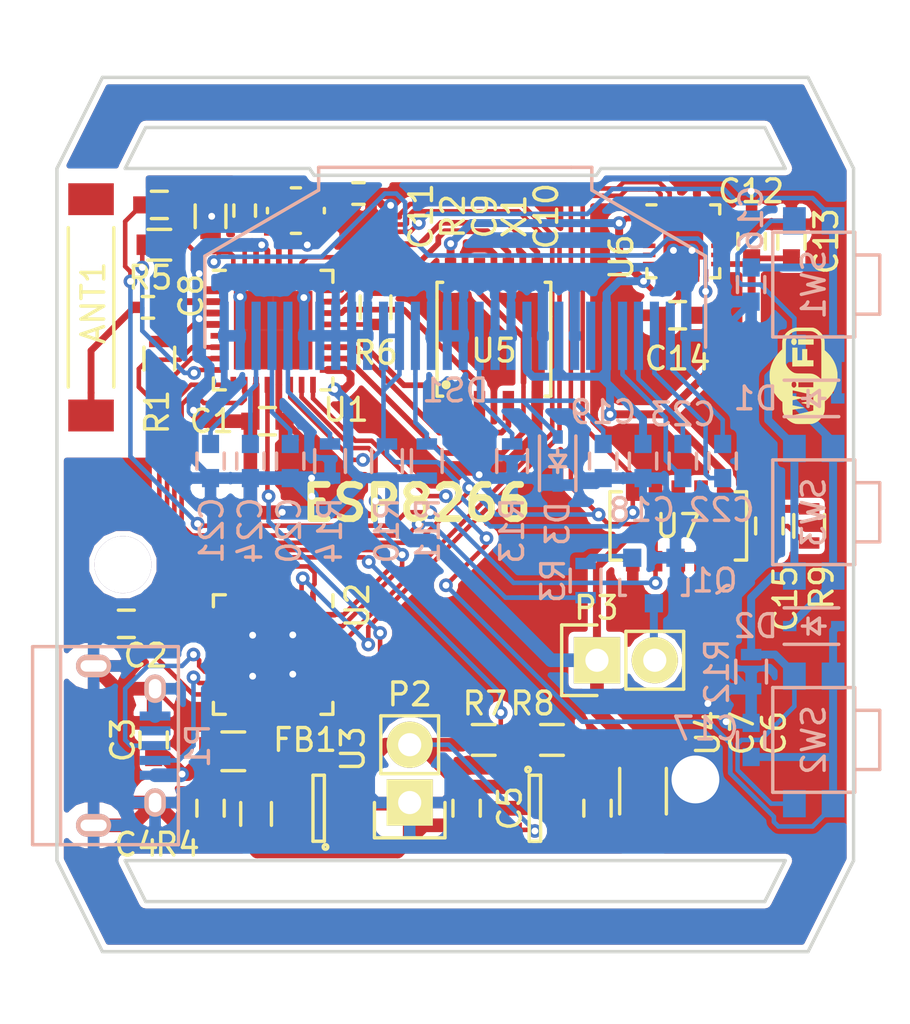
<source format=kicad_pcb>
(kicad_pcb (version 4) (host pcbnew "(2015-08-11 BZR 6084)-product")
  (layers (0 F.Cu signal) (31 B.Cu signal) (34 B.Paste user) (35 F.Paste user) (36 B.SilkS user) (37 F.SilkS user) (38 B.Mask user) (39 F.Mask user) (44 Edge.Cuts user))
  (net 0 "")
  (net 1 "Net-(ANT1-Pad1)")
  (net 2 +3V3)
  (net 3 GND)
  (net 4 "Net-(C2-Pad1)")
  (net 5 "Net-(C3-Pad1)")
  (net 6 +5V)
  (net 7 +BATT)
  (net 8 "Net-(C8-Pad1)")
  (net 9 "Net-(C9-Pad1)")
  (net 10 "Net-(C10-Pad1)")
  (net 11 /MPU-9250/INT)
  (net 12 /RV-3029-C2/INT)
  (net 13 "Net-(C14-Pad1)")
  (net 14 "/Power Management/USB_DM")
  (net 15 "/Power Management/USB_DP")
  (net 16 "Net-(R2-Pad1)")
  (net 17 "/Power Management/~CHARGE")
  (net 18 "Net-(R4-Pad1)")
  (net 19 /DS_WAKE)
  (net 20 "Net-(R6-Pad1)")
  (net 21 /SD_CLK)
  (net 22 "/Power Management/BATT_SENSE")
  (net 23 /MPU-9250/SCL)
  (net 24 /MPU-9250/SDA)
  (net 25 "/Power Management/DTR")
  (net 26 /SD_D2)
  (net 27 /SD_D3)
  (net 28 /SD_CMD)
  (net 29 /SD_D0)
  (net 30 /SD_D1)
  (net 31 "/Power Management/TXD")
  (net 32 "/Power Management/RXD")
  (net 33 "/Power Management/RTS")
  (net 34 /BTN1)
  (net 35 /BTN2)
  (net 36 "Net-(C19-Pad1)")
  (net 37 "Net-(C20-Pad1)")
  (net 38 "Net-(C21-Pad1)")
  (net 39 "Net-(C22-Pad1)")
  (net 40 "Net-(C22-Pad2)")
  (net 41 "Net-(C23-Pad1)")
  (net 42 "Net-(C23-Pad2)")
  (net 43 "Net-(D1-Pad1)")
  (net 44 "Net-(DS1-Pad26)")
  (net 45 "Net-(P3-Pad2)")
  (net 46 "Net-(Q1-Pad1)")
  (net 47 /VIBR)
  (net 48 "Net-(R12-Pad1)")
  (module "Project Libraries:er-oled-ssd1306" (layer B.Cu) (at 37.5 27.25 180)
    (fp_text reference DS1 (at 0 -2.4 180) (layer B.SilkS) (effects (justify mirror)))
    (fp_text value ER-OLED-SSD1306)
    (pad 1 smd rect (at -10.15 0 180) (size 0.4 3) (layers B.Cu B.Paste B.Mask) (net 3 GND))
    (pad 2 smd rect (at -9.45 0 180) (size 0.4 3) (layers B.Cu B.Paste B.Mask) (net 40 "Net-(C22-Pad2)"))
    (pad 3 smd rect (at -8.75 0 180) (size 0.4 3) (layers B.Cu B.Paste B.Mask) (net 39 "Net-(C22-Pad1)"))
    (pad 4 smd rect (at -8.05 0 180) (size 0.4 3) (layers B.Cu B.Paste B.Mask) (net 42 "Net-(C23-Pad2)"))
    (pad 5 smd rect (at -7.35 0 180) (size 0.4 3) (layers B.Cu B.Paste B.Mask) (net 41 "Net-(C23-Pad1)"))
    (pad 7 smd rect (at -5.95 0 180) (size 0.4 3) (layers B.Cu B.Paste B.Mask))
    (pad 8 smd rect (at -5.25 0 180) (size 0.4 3) (layers B.Cu B.Paste B.Mask) (net 3 GND))
    (pad 9 smd rect (at -4.55 0 180) (size 0.4 3) (layers B.Cu B.Paste B.Mask) (net 2 +3V3))
    (pad 10 smd rect (at -3.85 0 180) (size 0.4 3) (layers B.Cu B.Paste B.Mask) (net 3 GND))
    (pad 11 smd rect (at -3.15 0 180) (size 0.4 3) (layers B.Cu B.Paste B.Mask) (net 2 +3V3))
    (pad 12 smd rect (at -2.45 0 180) (size 0.4 3) (layers B.Cu B.Paste B.Mask) (net 3 GND))
    (pad 13 smd rect (at -1.75 0 180) (size 0.4 3) (layers B.Cu B.Paste B.Mask) (net 3 GND))
    (pad 14 smd rect (at -1.05 0 180) (size 0.4 3) (layers B.Cu B.Paste B.Mask) (net 36 "Net-(C19-Pad1)"))
    (pad 15 smd rect (at -0.35 0 180) (size 0.4 3) (layers B.Cu B.Paste B.Mask) (net 3 GND))
    (pad 16 smd rect (at 0.35 0 180) (size 0.4 3) (layers B.Cu B.Paste B.Mask) (net 3 GND))
    (pad 17 smd rect (at 1.05 0 180) (size 0.4 3) (layers B.Cu B.Paste B.Mask) (net 3 GND))
    (pad 18 smd rect (at 1.75 0 180) (size 0.4 3) (layers B.Cu B.Paste B.Mask) (net 23 /MPU-9250/SCL))
    (pad 19 smd rect (at 2.45 0 180) (size 0.4 3) (layers B.Cu B.Paste B.Mask) (net 24 /MPU-9250/SDA))
    (pad 20 smd rect (at 3.15 0 180) (size 0.4 3) (layers B.Cu B.Paste B.Mask) (net 24 /MPU-9250/SDA))
    (pad 21 smd rect (at 3.85 0 180) (size 0.4 3) (layers B.Cu B.Paste B.Mask) (net 3 GND))
    (pad 22 smd rect (at 4.55 0 180) (size 0.4 3) (layers B.Cu B.Paste B.Mask) (net 3 GND))
    (pad 23 smd rect (at 5.25 0 180) (size 0.4 3) (layers B.Cu B.Paste B.Mask) (net 3 GND))
    (pad 24 smd rect (at 5.95 0 180) (size 0.4 3) (layers B.Cu B.Paste B.Mask) (net 3 GND))
    (pad 25 smd rect (at 6.65 0 180) (size 0.4 3) (layers B.Cu B.Paste B.Mask) (net 3 GND))
    (pad 26 smd rect (at 7.35 0 180) (size 0.4 3) (layers B.Cu B.Paste B.Mask) (net 44 "Net-(DS1-Pad26)"))
    (pad 27 smd rect (at 8.05 0 180) (size 0.4 3) (layers B.Cu B.Paste B.Mask) (net 37 "Net-(C20-Pad1)"))
    (pad 28 smd rect (at 8.75 0 180) (size 0.4 3) (layers B.Cu B.Paste B.Mask) (net 38 "Net-(C21-Pad1)"))
    (pad 29 smd rect (at 9.45 0 180) (size 0.4 3) (layers B.Cu B.Paste B.Mask) (net 3 GND))
    (pad 30 smd rect (at 10.15 0 180) (size 0.4 3) (layers B.Cu B.Paste B.Mask) (net 3 GND))
    (pad 6 smd rect (at -6.65 0 180) (size 0.4 3) (layers B.Cu B.Paste B.Mask) (net 2 +3V3))
  )
  (module Capacitors_SMD:C_0603 (layer F.Cu) (at 24.25 45 90)
    (fp_text reference C3 (at 0 -1.35 90) (layer F.SilkS))
    (fp_text value 10n)
    (pad 1 smd rect (at -0.75 0 90) (size 0.8 0.75) (layers F.Cu F.Paste F.Mask) (net 5 "Net-(C3-Pad1)"))
    (pad 2 smd rect (at 0.75 0 90) (size 0.8 0.75) (layers F.Cu F.Paste F.Mask) (net 3 GND))
  )
  (module Housings_DFN_QFN:QFN-32-1EP_5x5mm_Pitch0.5mm (layer F.Cu) (at 29.5 27)
    (fp_text reference U1 (at 3.2 3.5) (layer F.SilkS))
    (fp_text value ESP8266EX)
    (pad 1 smd rect (at -2.4 -1.75) (size 0.7 0.25) (layers F.Cu F.Paste F.Mask) (net 2 +3V3))
    (pad 2 smd rect (at -2.4 -1.25) (size 0.7 0.25) (layers F.Cu F.Paste F.Mask) (net 8 "Net-(C8-Pad1)"))
    (pad 3 smd rect (at -2.4 -0.75) (size 0.7 0.25) (layers F.Cu F.Paste F.Mask) (net 2 +3V3))
    (pad 4 smd rect (at -2.4 -0.25) (size 0.7 0.25) (layers F.Cu F.Paste F.Mask) (net 2 +3V3))
    (pad 5 smd rect (at -2.4 0.25) (size 0.7 0.25) (layers F.Cu F.Paste F.Mask))
    (pad 6 smd rect (at -2.4 0.75) (size 0.7 0.25) (layers F.Cu F.Paste F.Mask) (net 22 "/Power Management/BATT_SENSE"))
    (pad 7 smd rect (at -2.4 1.25) (size 0.7 0.25) (layers F.Cu F.Paste F.Mask) (net 33 "/Power Management/RTS"))
    (pad 8 smd rect (at -2.4 1.75) (size 0.7 0.25) (layers F.Cu F.Paste F.Mask) (net 19 /DS_WAKE))
    (pad 9 smd rect (at -1.75 2.4 90) (size 0.7 0.25) (layers F.Cu F.Paste F.Mask) (net 23 /MPU-9250/SCL))
    (pad 10 smd rect (at -1.25 2.4 90) (size 0.7 0.25) (layers F.Cu F.Paste F.Mask) (net 47 /VIBR))
    (pad 11 smd rect (at -0.75 2.4 90) (size 0.7 0.25) (layers F.Cu F.Paste F.Mask) (net 2 +3V3))
    (pad 12 smd rect (at -0.25 2.4 90) (size 0.7 0.25) (layers F.Cu F.Paste F.Mask) (net 17 "/Power Management/~CHARGE"))
    (pad 13 smd rect (at 0.25 2.4 90) (size 0.7 0.25) (layers F.Cu F.Paste F.Mask) (net 3 GND))
    (pad 14 smd rect (at 0.75 2.4 90) (size 0.7 0.25) (layers F.Cu F.Paste F.Mask) (net 24 /MPU-9250/SDA))
    (pad 15 smd rect (at 1.25 2.4 90) (size 0.7 0.25) (layers F.Cu F.Paste F.Mask) (net 25 "/Power Management/DTR"))
    (pad 16 smd rect (at 1.75 2.4 90) (size 0.7 0.25) (layers F.Cu F.Paste F.Mask) (net 34 /BTN1))
    (pad 17 smd rect (at 2.4 1.75) (size 0.7 0.25) (layers F.Cu F.Paste F.Mask) (net 2 +3V3))
    (pad 18 smd rect (at 2.4 1.25) (size 0.7 0.25) (layers F.Cu F.Paste F.Mask) (net 26 /SD_D2))
    (pad 19 smd rect (at 2.4 0.75) (size 0.7 0.25) (layers F.Cu F.Paste F.Mask) (net 27 /SD_D3))
    (pad 20 smd rect (at 2.4 0.25) (size 0.7 0.25) (layers F.Cu F.Paste F.Mask) (net 28 /SD_CMD))
    (pad 21 smd rect (at 2.4 -0.25) (size 0.7 0.25) (layers F.Cu F.Paste F.Mask) (net 21 /SD_CLK))
    (pad 22 smd rect (at 2.4 -0.75) (size 0.7 0.25) (layers F.Cu F.Paste F.Mask) (net 29 /SD_D0))
    (pad 23 smd rect (at 2.4 -1.25) (size 0.7 0.25) (layers F.Cu F.Paste F.Mask) (net 30 /SD_D1))
    (pad 24 smd rect (at 2.4 -1.75) (size 0.7 0.25) (layers F.Cu F.Paste F.Mask) (net 35 /BTN2))
    (pad 25 smd rect (at 1.75 -2.4 90) (size 0.7 0.25) (layers F.Cu F.Paste F.Mask) (net 31 "/Power Management/TXD"))
    (pad 26 smd rect (at 1.25 -2.4 90) (size 0.7 0.25) (layers F.Cu F.Paste F.Mask) (net 32 "/Power Management/RXD"))
    (pad 27 smd rect (at 0.75 -2.4 90) (size 0.7 0.25) (layers F.Cu F.Paste F.Mask) (net 10 "Net-(C10-Pad1)"))
    (pad 28 smd rect (at 0.25 -2.4 90) (size 0.7 0.25) (layers F.Cu F.Paste F.Mask) (net 9 "Net-(C9-Pad1)"))
    (pad 29 smd rect (at -0.25 -2.4 90) (size 0.7 0.25) (layers F.Cu F.Paste F.Mask) (net 2 +3V3))
    (pad 30 smd rect (at -0.75 -2.4 90) (size 0.7 0.25) (layers F.Cu F.Paste F.Mask) (net 2 +3V3))
    (pad 31 smd rect (at -1.25 -2.4 90) (size 0.7 0.25) (layers F.Cu F.Paste F.Mask) (net 16 "Net-(R2-Pad1)"))
    (pad 32 smd rect (at -1.75 -2.4 90) (size 0.7 0.25) (layers F.Cu F.Paste F.Mask) (net 11 /MPU-9250/INT))
    (pad 33 smd rect (at 0.8625 0.8625) (size 1.725 1.725) (layers F.Cu F.Paste F.Mask) (net 3 GND))
    (pad 33 smd rect (at 0.8625 -0.8625) (size 1.725 1.725) (layers F.Cu F.Paste F.Mask) (net 3 GND))
    (pad 33 smd rect (at -0.8625 0.8625) (size 1.725 1.725) (layers F.Cu F.Paste F.Mask) (net 3 GND))
    (pad 33 smd rect (at -0.8625 -0.8625) (size 1.725 1.725) (layers F.Cu F.Paste F.Mask) (net 3 GND))
  )
  (module Pin_Headers:Pin_Header_Straight_1x02 (layer F.Cu) (at 43.726696 41.5 90)
    (fp_text reference P3 (at 2.3 -0.026696 180) (layer F.SilkS))
    (fp_text value VIBR_MOTOR)
    (pad 1 thru_hole rect (at 0 0 90) (size 2.032 2.032) (drill 1.016) (layers *.Cu *.Mask F.SilkS) (net 2 +3V3))
    (pad 2 thru_hole oval (at 0 2.54 90) (size 2.032 2.032) (drill 1.016) (layers *.Cu *.Mask F.SilkS) (net 45 "Net-(P3-Pad2)"))
  )
  (module "Project Libraries:rv3029" (layer F.Cu) (at 47.3 35.6 180)
    (fp_text reference U7 (at 0 0 180) (layer F.SilkS))
    (fp_text value RV-3029-C2)
    (pad 1 smd rect (at -2 1.55 180) (size 0.6 0.9) (layers F.Cu F.Paste F.Mask) (net 2 +3V3))
    (pad 2 smd rect (at -1 1.55 180) (size 0.6 0.9) (layers F.Cu F.Paste F.Mask))
    (pad 3 smd rect (at 0 1.55 180) (size 0.6 0.9) (layers F.Cu F.Paste F.Mask))
    (pad 4 smd rect (at 1 1.55 180) (size 0.6 0.9) (layers F.Cu F.Paste F.Mask) (net 23 /MPU-9250/SCL))
    (pad 5 smd rect (at 2 1.55 180) (size 0.6 0.9) (layers F.Cu F.Paste F.Mask) (net 24 /MPU-9250/SDA))
    (pad 6 smd rect (at 2 -1.55 180) (size 0.6 0.9) (layers F.Cu F.Paste F.Mask) (net 3 GND))
    (pad 7 smd rect (at 1 -1.55 180) (size 0.6 0.9) (layers F.Cu F.Paste F.Mask) (net 12 /RV-3029-C2/INT))
    (pad 8 smd rect (at 0 -1.55 180) (size 0.6 0.9) (layers F.Cu F.Paste F.Mask) (net 3 GND))
    (pad 9 smd rect (at -1 -1.55 180) (size 0.6 0.9) (layers F.Cu F.Paste F.Mask))
    (pad 10 smd rect (at -2 -1.55 180) (size 0.6 0.9) (layers F.Cu F.Paste F.Mask) (net 3 GND))
  )
  (module Capacitors_SMD:C_0603 (layer F.Cu) (at 23.05 39.9 180)
    (fp_text reference C2 (at -0.85 -1.4 180) (layer F.SilkS))
    (fp_text value 100n)
    (pad 1 smd rect (at -0.75 0 180) (size 0.8 0.75) (layers F.Cu F.Paste F.Mask) (net 4 "Net-(C2-Pad1)"))
    (pad 2 smd rect (at 0.75 0 180) (size 0.8 0.75) (layers F.Cu F.Paste F.Mask) (net 3 GND))
  )
  (module "Project Libraries:wson8_5x6" (layer F.Cu) (at 39.2 27.4 90)
    (fp_text reference U5 (at -0.5 0 180) (layer F.SilkS))
    (fp_text value W25Q32BV)
    (pad 1 smd rect (at -2.921 -1.905 90) (size 1.3 0.5) (layers F.Cu F.Paste F.Mask) (net 28 /SD_CMD))
    (pad 2 smd rect (at -2.921 -0.635 90) (size 1.3 0.5) (layers F.Cu F.Paste F.Mask) (net 29 /SD_D0))
    (pad 3 smd rect (at -2.921 0.635 90) (size 1.3 0.5) (layers F.Cu F.Paste F.Mask) (net 27 /SD_D3))
    (pad 4 smd rect (at -2.921 1.905 90) (size 1.3 0.5) (layers F.Cu F.Paste F.Mask) (net 3 GND))
    (pad 5 smd rect (at 2.921 1.905 90) (size 1.3 0.5) (layers F.Cu F.Paste F.Mask) (net 30 /SD_D1))
    (pad 6 smd rect (at 2.921 0.635 90) (size 1.3 0.5) (layers F.Cu F.Paste F.Mask) (net 20 "Net-(R6-Pad1)"))
    (pad 7 smd rect (at 2.921 -0.635 90) (size 1.3 0.5) (layers F.Cu F.Paste F.Mask) (net 26 /SD_D2))
    (pad 8 smd rect (at 2.921 -1.905 90) (size 1.3 0.5) (layers F.Cu F.Paste F.Mask) (net 2 +3V3))
  )
  (module Diodes_SMD:SOD-323 (layer B.Cu) (at 42 32.75 90)
    (fp_text reference D3 (at -2.75 0 90) (layer B.SilkS) (effects (justify mirror)))
    (fp_text value 1N4148)
    (pad 1 smd rect (at -1.055 0 90) (size 0.59 0.45) (layers B.Cu B.Paste B.Mask) (net 3 GND))
    (pad 2 smd rect (at 1.055 0 90) (size 0.59 0.45) (layers B.Cu B.Paste B.Mask) (net 36 "Net-(C19-Pad1)"))
  )
  (module Resistors_SMD:R_0603 (layer B.Cu) (at 40 32.75 270)
    (fp_text reference R13 (at 3.05 0 270) (layer B.SilkS) (effects (justify mirror)))
    (fp_text value 10K)
    (pad 1 smd rect (at -0.75 0 270) (size 0.5 0.9) (layers B.Cu B.Paste B.Mask) (net 36 "Net-(C19-Pad1)"))
    (pad 2 smd rect (at 0.75 0 270) (size 0.5 0.9) (layers B.Cu B.Paste B.Mask) (net 3 GND))
  )
  (module "Project Libraries:an9520" (layer F.Cu) (at 21.5 26 90)
    (fp_text reference ANT1 (at 0.2 0.1 90) (layer F.SilkS))
    (fp_text value AN9520)
    (pad 1 smd rect (at -4.75 0 90) (size 1.4 2) (layers F.Cu F.Paste F.Mask) (net 1 "Net-(ANT1-Pad1)"))
    (pad 2 smd rect (at 4.75 0 90) (size 1.4 2) (layers F.Cu F.Paste F.Mask))
  )
  (module Capacitors_SMD:C_0603 (layer F.Cu) (at 29.25 31)
    (fp_text reference C1 (at -2.45 0) (layer F.SilkS))
    (fp_text value 100n)
    (pad 1 smd rect (at -0.75 0) (size 0.8 0.75) (layers F.Cu F.Paste F.Mask) (net 2 +3V3))
    (pad 2 smd rect (at 0.75 0) (size 0.8 0.75) (layers F.Cu F.Paste F.Mask) (net 3 GND))
  )
  (module Capacitors_SMD:C_0603 (layer F.Cu) (at 26.75 48 270)
    (fp_text reference C4 (at 1.6 3.25 360) (layer F.SilkS))
    (fp_text value 4u7)
    (pad 1 smd rect (at -0.75 0 270) (size 0.8 0.75) (layers F.Cu F.Paste F.Mask) (net 6 +5V))
    (pad 2 smd rect (at 0.75 0 270) (size 0.8 0.75) (layers F.Cu F.Paste F.Mask) (net 3 GND))
  )
  (module Capacitors_SMD:C_0603 (layer F.Cu) (at 38 48 270)
    (fp_text reference C5 (at 0 -1.9 270) (layer F.SilkS))
    (fp_text value 4u7)
    (pad 1 smd rect (at -0.75 0 270) (size 0.8 0.75) (layers F.Cu F.Paste F.Mask) (net 7 +BATT))
    (pad 2 smd rect (at 0.75 0 270) (size 0.8 0.75) (layers F.Cu F.Paste F.Mask) (net 3 GND))
  )
  (module Capacitors_SMD:C_1206 (layer F.Cu) (at 45.75 47.25 270)
    (fp_text reference C6 (at -2.55 -5.75 270) (layer F.SilkS))
    (fp_text value 100u)
    (pad 1 smd rect (at -1.5 0 270) (size 1 1.6) (layers F.Cu F.Paste F.Mask) (net 2 +3V3))
    (pad 2 smd rect (at 1.5 0 270) (size 1 1.6) (layers F.Cu F.Paste F.Mask) (net 3 GND))
  )
  (module Capacitors_SMD:C_0603 (layer F.Cu) (at 43.75 48 270)
    (fp_text reference C7 (at -3.3 -6.35 270) (layer F.SilkS))
    (fp_text value 10u)
    (pad 1 smd rect (at -0.75 0 270) (size 0.8 0.75) (layers F.Cu F.Paste F.Mask) (net 2 +3V3))
    (pad 2 smd rect (at 0.75 0 270) (size 0.8 0.75) (layers F.Cu F.Paste F.Mask) (net 3 GND))
  )
  (module Capacitors_SMD:C_0402 (layer F.Cu) (at 24 26 180)
    (fp_text reference C8 (at -1.9 0.5 270) (layer F.SilkS))
    (fp_text value 5.6p)
    (pad 1 smd rect (at -0.55 0 180) (size 0.6 0.5) (layers F.Cu F.Paste F.Mask) (net 8 "Net-(C8-Pad1)"))
    (pad 2 smd rect (at 0.55 0 180) (size 0.6 0.5) (layers F.Cu F.Paste F.Mask) (net 1 "Net-(ANT1-Pad1)"))
  )
  (module Capacitors_SMD:C_0402 (layer F.Cu) (at 28.25 21.75 90)
    (fp_text reference C9 (at -0.25 10.55 270) (layer F.SilkS))
    (fp_text value 10p)
    (pad 1 smd rect (at -0.55 0 90) (size 0.6 0.5) (layers F.Cu F.Paste F.Mask) (net 9 "Net-(C9-Pad1)"))
    (pad 2 smd rect (at 0.55 0 90) (size 0.6 0.5) (layers F.Cu F.Paste F.Mask) (net 3 GND))
  )
  (module Capacitors_SMD:C_0402 (layer F.Cu) (at 33.25 21)
    (fp_text reference C10 (at 8.25 1 90) (layer F.SilkS))
    (fp_text value 10p)
    (pad 1 smd rect (at -0.55 0) (size 0.6 0.5) (layers F.Cu F.Paste F.Mask) (net 10 "Net-(C10-Pad1)"))
    (pad 2 smd rect (at 0.55 0) (size 0.6 0.5) (layers F.Cu F.Paste F.Mask) (net 3 GND))
  )
  (module Capacitors_SMD:C_0603 (layer F.Cu) (at 24.5 21.5 180)
    (fp_text reference C11 (at -11.5 -0.5 270) (layer F.SilkS))
    (fp_text value 100n)
    (pad 1 smd rect (at -0.75 0 180) (size 0.8 0.75) (layers F.Cu F.Paste F.Mask) (net 11 /MPU-9250/INT))
    (pad 2 smd rect (at 0.75 0 180) (size 0.8 0.75) (layers F.Cu F.Paste F.Mask) (net 12 /RV-3029-C2/INT))
  )
  (module Capacitors_SMD:C_0603 (layer F.Cu) (at 50.520702 23.098198 90)
    (fp_text reference C12 (at 2.198198 -0.020702 180) (layer F.SilkS))
    (fp_text value 100n)
    (pad 1 smd rect (at -0.75 0 90) (size 0.8 0.75) (layers F.Cu F.Paste F.Mask) (net 2 +3V3))
    (pad 2 smd rect (at 0.75 0 90) (size 0.8 0.75) (layers F.Cu F.Paste F.Mask) (net 3 GND))
  )
  (module Capacitors_SMD:C_0603 (layer F.Cu) (at 52.270702 23.098198 90)
    (fp_text reference C13 (at -0.001802 1.529298 90) (layer F.SilkS))
    (fp_text value 10n)
    (pad 1 smd rect (at -0.75 0 90) (size 0.8 0.75) (layers F.Cu F.Paste F.Mask) (net 2 +3V3))
    (pad 2 smd rect (at 0.75 0 90) (size 0.8 0.75) (layers F.Cu F.Paste F.Mask) (net 3 GND))
  )
  (module Capacitors_SMD:C_0603 (layer F.Cu) (at 47.270702 26.348198 180)
    (fp_text reference C14 (at 0 -1.9 180) (layer F.SilkS))
    (fp_text value 100n)
    (pad 1 smd rect (at -0.75 0 180) (size 0.8 0.75) (layers F.Cu F.Paste F.Mask) (net 13 "Net-(C14-Pad1)"))
    (pad 2 smd rect (at 0.75 0 180) (size 0.8 0.75) (layers F.Cu F.Paste F.Mask) (net 3 GND))
  )
  (module Capacitors_SMD:C_0603 (layer F.Cu) (at 51.3 35.6 270)
    (fp_text reference C15 (at 3.2 -0.7 270) (layer F.SilkS))
    (fp_text value 10n)
    (pad 1 smd rect (at -0.75 0 270) (size 0.8 0.75) (layers F.Cu F.Paste F.Mask) (net 2 +3V3))
    (pad 2 smd rect (at 0.75 0 270) (size 0.8 0.75) (layers F.Cu F.Paste F.Mask) (net 3 GND))
  )
  (module Capacitors_SMD:C_0805 (layer F.Cu) (at 27.75 45.5)
    (fp_text reference FB1 (at 3.15 -0.5) (layer F.SilkS))
    (fp_text value "BLM21PG 600")
    (pad 1 smd rect (at -1 0) (size 1 1.25) (layers F.Cu F.Paste F.Mask) (net 5 "Net-(C3-Pad1)"))
    (pad 2 smd rect (at 1 0) (size 1 1.25) (layers F.Cu F.Paste F.Mask) (net 6 +5V))
  )
  (module Connect:USB_Micro-B (layer B.Cu) (at 22.75 45.25 90)
    (fp_text reference P1 (at 0 3.45 90) (layer B.SilkS) (effects (justify mirror)))
    (fp_text value USB_OTG)
    (pad 1 smd rect (at -1.3009 1.56254) (size 1.35 0.4) (layers B.Cu B.Paste B.Mask) (net 5 "Net-(C3-Pad1)"))
    (pad 2 smd rect (at -0.6509 1.56254) (size 1.35 0.4) (layers B.Cu B.Paste B.Mask) (net 14 "/Power Management/USB_DM"))
    (pad 3 smd rect (at -0.0009 1.56254) (size 1.35 0.4) (layers B.Cu B.Paste B.Mask) (net 15 "/Power Management/USB_DP"))
    (pad 4 smd rect (at 0.6491 1.56254) (size 1.35 0.4) (layers B.Cu B.Paste B.Mask))
    (pad 5 smd rect (at 1.2991 1.56254) (size 1.35 0.4) (layers B.Cu B.Paste B.Mask) (net 3 GND))
    (pad 6 thru_hole oval (at -2.5009 1.56254) (size 0.95 1.25) (drill oval 0.55 0.85) (layers *.Cu *.Mask B.SilkS) (net 3 GND))
    (pad 6 thru_hole oval (at 2.4991 1.56254) (size 0.95 1.25) (drill oval 0.55 0.85) (layers *.Cu *.Mask B.SilkS) (net 3 GND))
    (pad 6 thru_hole oval (at -3.5009 -1.13746) (size 1.55 1) (drill oval 1.15 0.5) (layers *.Cu *.Mask B.SilkS) (net 3 GND))
    (pad 6 thru_hole oval (at 3.4991 -1.13746) (size 1.55 1) (drill oval 1.15 0.5) (layers *.Cu *.Mask B.SilkS) (net 3 GND))
  )
  (module Pin_Headers:Pin_Header_Straight_1x02 (layer F.Cu) (at 35.5 47.75 180)
    (fp_text reference P2 (at 0 4.75 180) (layer F.SilkS))
    (fp_text value LIPO)
    (pad 1 thru_hole rect (at 0 0 180) (size 2.032 2.032) (drill 1.016) (layers *.Cu *.Mask F.SilkS) (net 3 GND))
    (pad 2 thru_hole oval (at 0 2.54 180) (size 2.032 2.032) (drill 1.016) (layers *.Cu *.Mask F.SilkS) (net 7 +BATT))
  )
  (module Resistors_SMD:R_0603 (layer F.Cu) (at 24.5 28.25 270)
    (fp_text reference R1 (at 2.35 0.1 270) (layer F.SilkS))
    (fp_text value 1K)
    (pad 1 smd rect (at -0.75 0 270) (size 0.5 0.9) (layers F.Cu F.Paste F.Mask) (net 2 +3V3))
    (pad 2 smd rect (at 0.75 0 270) (size 0.5 0.9) (layers F.Cu F.Paste F.Mask) (net 33 "/Power Management/RTS"))
  )
  (module Resistors_SMD:R_0603 (layer F.Cu) (at 26.75 22 90)
    (fp_text reference R2 (at 0 10.65 270) (layer F.SilkS))
    (fp_text value 12K)
    (pad 1 smd rect (at -0.75 0 90) (size 0.5 0.9) (layers F.Cu F.Paste F.Mask) (net 16 "Net-(R2-Pad1)"))
    (pad 2 smd rect (at 0.75 0 90) (size 0.5 0.9) (layers F.Cu F.Paste F.Mask) (net 3 GND))
  )
  (module Resistors_SMD:R_0603 (layer F.Cu) (at 28.75 48.25 270)
    (fp_text reference R4 (at 1.35 3.45 360) (layer F.SilkS))
    (fp_text value 3K3)
    (pad 1 smd rect (at -0.75 0 270) (size 0.5 0.9) (layers F.Cu F.Paste F.Mask) (net 18 "Net-(R4-Pad1)"))
    (pad 2 smd rect (at 0.75 0 270) (size 0.5 0.9) (layers F.Cu F.Paste F.Mask) (net 3 GND))
  )
  (module Resistors_SMD:R_0603 (layer F.Cu) (at 24.5 23.25 180)
    (fp_text reference R5 (at 0.4 -1.45 360) (layer F.SilkS))
    (fp_text value 300)
    (pad 1 smd rect (at -0.75 0 180) (size 0.5 0.9) (layers F.Cu F.Paste F.Mask) (net 11 /MPU-9250/INT))
    (pad 2 smd rect (at 0.75 0 180) (size 0.5 0.9) (layers F.Cu F.Paste F.Mask) (net 19 /DS_WAKE))
  )
  (module Resistors_SMD:R_0603 (layer F.Cu) (at 34 26 270)
    (fp_text reference R6 (at 2 0 360) (layer F.SilkS))
    (fp_text value 200)
    (pad 1 smd rect (at -0.75 0 270) (size 0.5 0.9) (layers F.Cu F.Paste F.Mask) (net 20 "Net-(R6-Pad1)"))
    (pad 2 smd rect (at 0.75 0 270) (size 0.5 0.9) (layers F.Cu F.Paste F.Mask) (net 21 /SD_CLK))
  )
  (module Resistors_SMD:R_0603 (layer F.Cu) (at 38.75 45)
    (fp_text reference R7 (at 0.05 -1.6) (layer F.SilkS))
    (fp_text value 330K)
    (pad 1 smd rect (at -0.75 0) (size 0.5 0.9) (layers F.Cu F.Paste F.Mask) (net 7 +BATT))
    (pad 2 smd rect (at 0.75 0) (size 0.5 0.9) (layers F.Cu F.Paste F.Mask) (net 22 "/Power Management/BATT_SENSE"))
  )
  (module Resistors_SMD:R_0603 (layer F.Cu) (at 41.75 45)
    (fp_text reference R8 (at -0.85 -1.6) (layer F.SilkS))
    (fp_text value 100K)
    (pad 1 smd rect (at -0.75 0) (size 0.5 0.9) (layers F.Cu F.Paste F.Mask) (net 22 "/Power Management/BATT_SENSE"))
    (pad 2 smd rect (at 0.75 0) (size 0.5 0.9) (layers F.Cu F.Paste F.Mask) (net 3 GND))
  )
  (module Resistors_SMD:R_0603 (layer F.Cu) (at 53.05 35.6 270)
    (fp_text reference R9 (at 2.7 -0.55 270) (layer F.SilkS))
    (fp_text value 10K)
    (pad 1 smd rect (at -0.75 0 270) (size 0.5 0.9) (layers F.Cu F.Paste F.Mask) (net 2 +3V3))
    (pad 2 smd rect (at 0.75 0 270) (size 0.5 0.9) (layers F.Cu F.Paste F.Mask) (net 12 /RV-3029-C2/INT))
  )
  (module Housings_DFN_QFN:QFN-32-1EP_5x5mm_Pitch0.5mm (layer F.Cu) (at 29.5 41.25 270)
    (fp_text reference U2 (at -2.15 -3.7 450) (layer F.SilkS))
    (fp_text value FT232RQ)
    (pad 1 smd rect (at -2.4 -1.75 270) (size 0.7 0.25) (layers F.Cu F.Paste F.Mask) (net 4 "Net-(C2-Pad1)"))
    (pad 2 smd rect (at -2.4 -1.25 270) (size 0.7 0.25) (layers F.Cu F.Paste F.Mask) (net 32 "/Power Management/RXD"))
    (pad 3 smd rect (at -2.4 -0.75 270) (size 0.7 0.25) (layers F.Cu F.Paste F.Mask))
    (pad 4 smd rect (at -2.4 -0.25 270) (size 0.7 0.25) (layers F.Cu F.Paste F.Mask) (net 3 GND))
    (pad 5 smd rect (at -2.4 0.25 270) (size 0.7 0.25) (layers F.Cu F.Paste F.Mask))
    (pad 6 smd rect (at -2.4 0.75 270) (size 0.7 0.25) (layers F.Cu F.Paste F.Mask))
    (pad 7 smd rect (at -2.4 1.25 270) (size 0.7 0.25) (layers F.Cu F.Paste F.Mask))
    (pad 8 smd rect (at -2.4 1.75 270) (size 0.7 0.25) (layers F.Cu F.Paste F.Mask))
    (pad 9 smd rect (at -1.75 2.4) (size 0.7 0.25) (layers F.Cu F.Paste F.Mask))
    (pad 10 smd rect (at -1.25 2.4) (size 0.7 0.25) (layers F.Cu F.Paste F.Mask))
    (pad 11 smd rect (at -0.75 2.4) (size 0.7 0.25) (layers F.Cu F.Paste F.Mask))
    (pad 12 smd rect (at -0.25 2.4) (size 0.7 0.25) (layers F.Cu F.Paste F.Mask))
    (pad 13 smd rect (at 0.25 2.4) (size 0.7 0.25) (layers F.Cu F.Paste F.Mask))
    (pad 14 smd rect (at 0.75 2.4) (size 0.7 0.25) (layers F.Cu F.Paste F.Mask) (net 15 "/Power Management/USB_DP"))
    (pad 15 smd rect (at 1.25 2.4) (size 0.7 0.25) (layers F.Cu F.Paste F.Mask) (net 14 "/Power Management/USB_DM"))
    (pad 16 smd rect (at 1.75 2.4) (size 0.7 0.25) (layers F.Cu F.Paste F.Mask) (net 4 "Net-(C2-Pad1)"))
    (pad 17 smd rect (at 2.4 1.75 270) (size 0.7 0.25) (layers F.Cu F.Paste F.Mask) (net 3 GND))
    (pad 18 smd rect (at 2.4 1.25 270) (size 0.7 0.25) (layers F.Cu F.Paste F.Mask))
    (pad 19 smd rect (at 2.4 0.75 270) (size 0.7 0.25) (layers F.Cu F.Paste F.Mask) (net 6 +5V))
    (pad 20 smd rect (at 2.4 0.25 270) (size 0.7 0.25) (layers F.Cu F.Paste F.Mask) (net 3 GND))
    (pad 21 smd rect (at 2.4 -0.25 270) (size 0.7 0.25) (layers F.Cu F.Paste F.Mask))
    (pad 22 smd rect (at 2.4 -0.75 270) (size 0.7 0.25) (layers F.Cu F.Paste F.Mask))
    (pad 23 smd rect (at 2.4 -1.25 270) (size 0.7 0.25) (layers F.Cu F.Paste F.Mask))
    (pad 24 smd rect (at 2.4 -1.75 270) (size 0.7 0.25) (layers F.Cu F.Paste F.Mask) (net 3 GND))
    (pad 25 smd rect (at 1.75 -2.4) (size 0.7 0.25) (layers F.Cu F.Paste F.Mask))
    (pad 26 smd rect (at 1.25 -2.4) (size 0.7 0.25) (layers F.Cu F.Paste F.Mask) (net 3 GND))
    (pad 27 smd rect (at 0.75 -2.4) (size 0.7 0.25) (layers F.Cu F.Paste F.Mask))
    (pad 28 smd rect (at 0.25 -2.4) (size 0.7 0.25) (layers F.Cu F.Paste F.Mask))
    (pad 29 smd rect (at -0.25 -2.4) (size 0.7 0.25) (layers F.Cu F.Paste F.Mask))
    (pad 30 smd rect (at -0.75 -2.4) (size 0.7 0.25) (layers F.Cu F.Paste F.Mask) (net 31 "/Power Management/TXD"))
    (pad 31 smd rect (at -1.25 -2.4) (size 0.7 0.25) (layers F.Cu F.Paste F.Mask) (net 25 "/Power Management/DTR"))
    (pad 32 smd rect (at -1.75 -2.4) (size 0.7 0.25) (layers F.Cu F.Paste F.Mask) (net 33 "/Power Management/RTS"))
    (pad 33 smd rect (at 0.8625 0.8625 270) (size 1.725 1.725) (layers F.Cu F.Paste F.Mask) (net 3 GND))
    (pad 33 smd rect (at 0.8625 -0.8625 270) (size 1.725 1.725) (layers F.Cu F.Paste F.Mask) (net 3 GND))
    (pad 33 smd rect (at -0.8625 0.8625 270) (size 1.725 1.725) (layers F.Cu F.Paste F.Mask) (net 3 GND))
    (pad 33 smd rect (at -0.8625 -0.8625 270) (size 1.725 1.725) (layers F.Cu F.Paste F.Mask) (net 3 GND))
  )
  (module TO_SOT_Packages_SMD:SOT-23-5 (layer F.Cu) (at 31.5 48 180)
    (fp_text reference U3 (at -1.5 2.6 270) (layer F.SilkS))
    (fp_text value MCP73831)
    (pad 1 smd rect (at -1.1 -0.95 180) (size 1.06 0.65) (layers F.Cu F.Paste F.Mask) (net 17 "/Power Management/~CHARGE"))
    (pad 2 smd rect (at -1.1 0 180) (size 1.06 0.65) (layers F.Cu F.Paste F.Mask) (net 3 GND))
    (pad 3 smd rect (at -1.1 0.95 180) (size 1.06 0.65) (layers F.Cu F.Paste F.Mask) (net 7 +BATT))
    (pad 4 smd rect (at 1.1 0.95 180) (size 1.06 0.65) (layers F.Cu F.Paste F.Mask) (net 6 +5V))
    (pad 5 smd rect (at 1.1 -0.95 180) (size 1.06 0.65) (layers F.Cu F.Paste F.Mask) (net 18 "Net-(R4-Pad1)"))
  )
  (module Housings_DFN_QFN:QFN-24-1EP_3x3mm_Pitch0.4mm (layer F.Cu) (at 47.520702 23.098198)
    (fp_text reference U6 (at -2.720702 0.701802 90) (layer F.SilkS))
    (fp_text value MPU-9250)
    (pad 1 smd rect (at -1.5 -1) (size 0.55 0.2) (layers F.Cu F.Paste F.Mask) (net 2 +3V3))
    (pad 2 smd rect (at -1.5 -0.6) (size 0.55 0.2) (layers F.Cu F.Paste F.Mask))
    (pad 3 smd rect (at -1.5 -0.2) (size 0.55 0.2) (layers F.Cu F.Paste F.Mask))
    (pad 4 smd rect (at -1.5 0.2) (size 0.55 0.2) (layers F.Cu F.Paste F.Mask))
    (pad 5 smd rect (at -1.5 0.6) (size 0.55 0.2) (layers F.Cu F.Paste F.Mask))
    (pad 6 smd rect (at -1.5 1) (size 0.55 0.2) (layers F.Cu F.Paste F.Mask))
    (pad 7 smd rect (at -1 1.5 90) (size 0.55 0.2) (layers F.Cu F.Paste F.Mask))
    (pad 8 smd rect (at -0.6 1.5 90) (size 0.55 0.2) (layers F.Cu F.Paste F.Mask) (net 2 +3V3))
    (pad 9 smd rect (at -0.2 1.5 90) (size 0.55 0.2) (layers F.Cu F.Paste F.Mask) (net 3 GND))
    (pad 10 smd rect (at 0.2 1.5 90) (size 0.55 0.2) (layers F.Cu F.Paste F.Mask) (net 13 "Net-(C14-Pad1)"))
    (pad 11 smd rect (at 0.6 1.5 90) (size 0.55 0.2) (layers F.Cu F.Paste F.Mask) (net 3 GND))
    (pad 12 smd rect (at 1 1.5 90) (size 0.55 0.2) (layers F.Cu F.Paste F.Mask) (net 11 /MPU-9250/INT))
    (pad 13 smd rect (at 1.5 1) (size 0.55 0.2) (layers F.Cu F.Paste F.Mask) (net 2 +3V3))
    (pad 14 smd rect (at 1.5 0.6) (size 0.55 0.2) (layers F.Cu F.Paste F.Mask))
    (pad 15 smd rect (at 1.5 0.2) (size 0.55 0.2) (layers F.Cu F.Paste F.Mask))
    (pad 16 smd rect (at 1.5 -0.2) (size 0.55 0.2) (layers F.Cu F.Paste F.Mask))
    (pad 17 smd rect (at 1.5 -0.6) (size 0.55 0.2) (layers F.Cu F.Paste F.Mask))
    (pad 18 smd rect (at 1.5 -1) (size 0.55 0.2) (layers F.Cu F.Paste F.Mask) (net 3 GND))
    (pad 19 smd rect (at 1 -1.5 90) (size 0.55 0.2) (layers F.Cu F.Paste F.Mask))
    (pad 20 smd rect (at 0.6 -1.5 90) (size 0.55 0.2) (layers F.Cu F.Paste F.Mask) (net 3 GND))
    (pad 21 smd rect (at 0.2 -1.5 90) (size 0.55 0.2) (layers F.Cu F.Paste F.Mask))
    (pad 22 smd rect (at -0.2 -1.5 90) (size 0.55 0.2) (layers F.Cu F.Paste F.Mask))
    (pad 23 smd rect (at -0.6 -1.5 90) (size 0.55 0.2) (layers F.Cu F.Paste F.Mask) (net 23 /MPU-9250/SCL))
    (pad 24 smd rect (at -1 -1.5 90) (size 0.55 0.2) (layers F.Cu F.Paste F.Mask) (net 24 /MPU-9250/SDA))
    (pad 25 smd rect (at 0.435 0.4) (size 0.875 0.8) (layers F.Cu F.Paste F.Mask) (net 3 GND))
    (pad 25 smd rect (at 0.435 -0.4) (size 0.875 0.8) (layers F.Cu F.Paste F.Mask) (net 3 GND))
    (pad 25 smd rect (at -0.435 0.4) (size 0.875 0.8) (layers F.Cu F.Paste F.Mask) (net 3 GND))
    (pad 25 smd rect (at -0.435 -0.4) (size 0.875 0.8) (layers F.Cu F.Paste F.Mask) (net 3 GND))
  )
  (module TO_SOT_Packages_SMD:SOT-23-5 (layer F.Cu) (at 41 48)
    (fp_text reference U4 (at 7.6 -3.3 90) (layer F.SilkS))
    (fp_text value TLV70233-SOT-23)
    (pad 1 smd rect (at -1.1 -0.95) (size 1.06 0.65) (layers F.Cu F.Paste F.Mask) (net 7 +BATT))
    (pad 2 smd rect (at -1.1 0) (size 1.06 0.65) (layers F.Cu F.Paste F.Mask) (net 3 GND))
    (pad 3 smd rect (at -1.1 0.95) (size 1.06 0.65) (layers F.Cu F.Paste F.Mask) (net 7 +BATT))
    (pad 4 smd rect (at 1.1 0.95) (size 1.06 0.65) (layers F.Cu F.Paste F.Mask))
    (pad 5 smd rect (at 1.1 -0.95) (size 1.06 0.65) (layers F.Cu F.Paste F.Mask) (net 2 +3V3))
  )
  (module Capacitors_SMD:C_0603 (layer B.Cu) (at 50.5 25 270)
    (fp_text reference C16 (at -2.9 0 270) (layer B.SilkS) (effects (justify mirror)))
    (fp_text value 1u)
    (pad 1 smd rect (at -0.75 0 270) (size 0.8 0.75) (layers B.Cu B.Paste B.Mask) (net 35 /BTN2))
    (pad 2 smd rect (at 0.75 0 270) (size 0.8 0.75) (layers B.Cu B.Paste B.Mask) (net 3 GND))
  )
  (module Capacitors_SMD:C_0603 (layer B.Cu) (at 50.5 45 90)
    (fp_text reference C17 (at 0.5 -2 180) (layer B.SilkS) (effects (justify mirror)))
    (fp_text value 1u)
    (pad 1 smd rect (at -0.75 0 90) (size 0.8 0.75) (layers B.Cu B.Paste B.Mask) (net 34 /BTN1))
    (pad 2 smd rect (at 0.75 0 90) (size 0.8 0.75) (layers B.Cu B.Paste B.Mask) (net 3 GND))
  )
  (module Capacitors_SMD:C_0603 (layer B.Cu) (at 45.75 32.75 270)
    (fp_text reference C18 (at 2.15 0.05 360) (layer B.SilkS) (effects (justify mirror)))
    (fp_text value 1u)
    (pad 1 smd rect (at -0.75 0 270) (size 0.8 0.75) (layers B.Cu B.Paste B.Mask) (net 2 +3V3))
    (pad 2 smd rect (at 0.75 0 270) (size 0.8 0.75) (layers B.Cu B.Paste B.Mask) (net 3 GND))
  )
  (module Capacitors_SMD:C_0603 (layer B.Cu) (at 44 32.75 270)
    (fp_text reference C19 (at -2.15 0 360) (layer B.SilkS) (effects (justify mirror)))
    (fp_text value 2u2)
    (pad 1 smd rect (at -0.75 0 270) (size 0.8 0.75) (layers B.Cu B.Paste B.Mask) (net 36 "Net-(C19-Pad1)"))
    (pad 2 smd rect (at 0.75 0 270) (size 0.8 0.75) (layers B.Cu B.Paste B.Mask) (net 3 GND))
  )
  (module Capacitors_SMD:C_0603 (layer B.Cu) (at 30.25 32.75 270)
    (fp_text reference C20 (at 3.05 0.05 270) (layer B.SilkS) (effects (justify mirror)))
    (fp_text value 4u7)
    (pad 1 smd rect (at -0.75 0 270) (size 0.8 0.75) (layers B.Cu B.Paste B.Mask) (net 37 "Net-(C20-Pad1)"))
    (pad 2 smd rect (at 0.75 0 270) (size 0.8 0.75) (layers B.Cu B.Paste B.Mask) (net 3 GND))
  )
  (module Capacitors_SMD:C_0603 (layer B.Cu) (at 26.75 32.75 270)
    (fp_text reference C21 (at 3.05 -0.05 270) (layer B.SilkS) (effects (justify mirror)))
    (fp_text value 2u2)
    (pad 1 smd rect (at -0.75 0 270) (size 0.8 0.75) (layers B.Cu B.Paste B.Mask) (net 38 "Net-(C21-Pad1)"))
    (pad 2 smd rect (at 0.75 0 270) (size 0.8 0.75) (layers B.Cu B.Paste B.Mask) (net 3 GND))
  )
  (module Capacitors_SMD:C_0603 (layer B.Cu) (at 49.25 32.75 90)
    (fp_text reference C22 (at -2.15 -0.05 180) (layer B.SilkS) (effects (justify mirror)))
    (fp_text value 1u)
    (pad 1 smd rect (at -0.75 0 90) (size 0.8 0.75) (layers B.Cu B.Paste B.Mask) (net 39 "Net-(C22-Pad1)"))
    (pad 2 smd rect (at 0.75 0 90) (size 0.8 0.75) (layers B.Cu B.Paste B.Mask) (net 40 "Net-(C22-Pad2)"))
  )
  (module Capacitors_SMD:C_0603 (layer B.Cu) (at 47.5 32.75 90)
    (fp_text reference C23 (at 2.05 0 180) (layer B.SilkS) (effects (justify mirror)))
    (fp_text value 1u)
    (pad 1 smd rect (at -0.75 0 90) (size 0.8 0.75) (layers B.Cu B.Paste B.Mask) (net 41 "Net-(C23-Pad1)"))
    (pad 2 smd rect (at 0.75 0 90) (size 0.8 0.75) (layers B.Cu B.Paste B.Mask) (net 42 "Net-(C23-Pad2)"))
  )
  (module Capacitors_SMD:C_0603 (layer B.Cu) (at 28.5 32.75 270)
    (fp_text reference C24 (at 3.05 0 270) (layer B.SilkS) (effects (justify mirror)))
    (fp_text value 100n)
    (pad 1 smd rect (at -0.75 0 270) (size 0.8 0.75) (layers B.Cu B.Paste B.Mask) (net 38 "Net-(C21-Pad1)"))
    (pad 2 smd rect (at 0.75 0 270) (size 0.8 0.75) (layers B.Cu B.Paste B.Mask) (net 3 GND))
  )
  (module Diodes_SMD:SOD-323 (layer B.Cu) (at 53.25 30)
    (fp_text reference D1 (at -2.55 0) (layer B.SilkS) (effects (justify mirror)))
    (fp_text value 1N4148)
    (pad 1 smd rect (at -1.055 0) (size 0.59 0.45) (layers B.Cu B.Paste B.Mask) (net 43 "Net-(D1-Pad1)"))
    (pad 2 smd rect (at 1.055 0) (size 0.59 0.45) (layers B.Cu B.Paste B.Mask) (net 35 /BTN2))
  )
  (module Diodes_SMD:SOD-323 (layer B.Cu) (at 53.25 40)
    (fp_text reference D2 (at -2.55 0) (layer B.SilkS) (effects (justify mirror)))
    (fp_text value 1N4148)
    (pad 1 smd rect (at -1.055 0) (size 0.59 0.45) (layers B.Cu B.Paste B.Mask) (net 43 "Net-(D1-Pad1)"))
    (pad 2 smd rect (at 1.055 0) (size 0.59 0.45) (layers B.Cu B.Paste B.Mask) (net 34 /BTN1))
  )
  (module TO_SOT_Packages_SMD:SOT-23 (layer B.Cu) (at 46.226696 38)
    (fp_text reference Q1 (at 2.673304 0) (layer B.SilkS) (effects (justify mirror)))
    (fp_text value BC849)
    (pad 1 smd rect (at -0.95 -1.00076) (size 0.8001 0.8001) (layers B.Cu B.Paste B.Mask) (net 46 "Net-(Q1-Pad1)"))
    (pad 2 smd rect (at 0.95 -1.00076) (size 0.8001 0.8001) (layers B.Cu B.Paste B.Mask) (net 3 GND))
    (pad 3 smd rect (at 0 0.99822) (size 0.8001 0.8001) (layers B.Cu B.Paste B.Mask) (net 45 "Net-(P3-Pad2)"))
  )
  (module Resistors_SMD:R_0603 (layer B.Cu) (at 43.226696 38 270)
    (fp_text reference R3 (at 0 1.426696 270) (layer B.SilkS) (effects (justify mirror)))
    (fp_text value 1K)
    (pad 1 smd rect (at -0.75 0 270) (size 0.5 0.9) (layers B.Cu B.Paste B.Mask) (net 46 "Net-(Q1-Pad1)"))
    (pad 2 smd rect (at 0.75 0 270) (size 0.5 0.9) (layers B.Cu B.Paste B.Mask) (net 47 /VIBR))
  )
  (module Resistors_SMD:R_0603 (layer B.Cu) (at 34.5 32.75 90)
    (fp_text reference R10 (at -3.05 0 90) (layer B.SilkS) (effects (justify mirror)))
    (fp_text value 10K)
    (pad 1 smd rect (at -0.75 0 90) (size 0.5 0.9) (layers B.Cu B.Paste B.Mask) (net 2 +3V3))
    (pad 2 smd rect (at 0.75 0 90) (size 0.5 0.9) (layers B.Cu B.Paste B.Mask) (net 24 /MPU-9250/SDA))
  )
  (module Resistors_SMD:R_0603 (layer B.Cu) (at 36.25 32.75 90)
    (fp_text reference R11 (at -3.05 0.05 90) (layer B.SilkS) (effects (justify mirror)))
    (fp_text value 10K)
    (pad 1 smd rect (at -0.75 0 90) (size 0.5 0.9) (layers B.Cu B.Paste B.Mask) (net 2 +3V3))
    (pad 2 smd rect (at 0.75 0 90) (size 0.5 0.9) (layers B.Cu B.Paste B.Mask) (net 23 /MPU-9250/SCL))
  )
  (module Resistors_SMD:R_0603 (layer B.Cu) (at 50.5 42 270)
    (fp_text reference R12 (at 0 1.5 270) (layer B.SilkS) (effects (justify mirror)))
    (fp_text value 50)
    (pad 1 smd rect (at -0.75 0 270) (size 0.5 0.9) (layers B.Cu B.Paste B.Mask) (net 48 "Net-(R12-Pad1)"))
    (pad 2 smd rect (at 0.75 0 270) (size 0.5 0.9) (layers B.Cu B.Paste B.Mask) (net 3 GND))
  )
  (module Resistors_SMD:R_0603 (layer B.Cu) (at 32 32.75 270)
    (fp_text reference R14 (at 3.05 0 270) (layer B.SilkS) (effects (justify mirror)))
    (fp_text value 390K)
    (pad 1 smd rect (at -0.75 0 270) (size 0.5 0.9) (layers B.Cu B.Paste B.Mask) (net 44 "Net-(DS1-Pad26)"))
    (pad 2 smd rect (at 0.75 0 270) (size 0.5 0.9) (layers B.Cu B.Paste B.Mask) (net 3 GND))
  )
  (module "Project Libraries:ts015a" (layer B.Cu) (at 53.25 25 90)
    (fp_text reference SW1 (at 0 0 90) (layer B.SilkS) (effects (justify mirror)))
    (fp_text value BUTTON_UP)
    (pad 1 smd rect (at -2.8 0.85 90) (size 1.2 1) (layers B.Cu B.Paste B.Mask) (net 35 /BTN2))
    (pad 1 smd rect (at 2.8 0.85 90) (size 1.2 1) (layers B.Cu B.Paste B.Mask) (net 35 /BTN2))
    (pad 2 smd rect (at -2.8 -0.85 90) (size 1.2 1) (layers B.Cu B.Paste B.Mask) (net 48 "Net-(R12-Pad1)"))
    (pad 2 smd rect (at 2.8 -0.85 90) (size 1.2 1) (layers B.Cu B.Paste B.Mask) (net 48 "Net-(R12-Pad1)"))
  )
  (module "Project Libraries:ts015a" (layer B.Cu) (at 53.25 45 90)
    (fp_text reference SW2 (at 0 0 90) (layer B.SilkS) (effects (justify mirror)))
    (fp_text value BUTTON_DOWN)
    (pad 1 smd rect (at -2.8 0.85 90) (size 1.2 1) (layers B.Cu B.Paste B.Mask) (net 34 /BTN1))
    (pad 1 smd rect (at 2.8 0.85 90) (size 1.2 1) (layers B.Cu B.Paste B.Mask) (net 34 /BTN1))
    (pad 2 smd rect (at -2.8 -0.85 90) (size 1.2 1) (layers B.Cu B.Paste B.Mask) (net 48 "Net-(R12-Pad1)"))
    (pad 2 smd rect (at 2.8 -0.85 90) (size 1.2 1) (layers B.Cu B.Paste B.Mask) (net 48 "Net-(R12-Pad1)"))
  )
  (module "Project Libraries:ts015a" (layer B.Cu) (at 53.25 35 90)
    (fp_text reference SW3 (at 0 0 90) (layer B.SilkS) (effects (justify mirror)))
    (fp_text value BUTTON_CENTER)
    (pad 1 smd rect (at -2.8 0.85 90) (size 1.2 1) (layers B.Cu B.Paste B.Mask) (net 43 "Net-(D1-Pad1)"))
    (pad 1 smd rect (at 2.8 0.85 90) (size 1.2 1) (layers B.Cu B.Paste B.Mask) (net 43 "Net-(D1-Pad1)"))
    (pad 2 smd rect (at -2.8 -0.85 90) (size 1.2 1) (layers B.Cu B.Paste B.Mask) (net 48 "Net-(R12-Pad1)"))
    (pad 2 smd rect (at 2.8 -0.85 90) (size 1.2 1) (layers B.Cu B.Paste B.Mask) (net 48 "Net-(R12-Pad1)"))
  )
  (module "Project Libraries:crystal_2.5x2" (layer F.Cu) (at 30.5 21.75)
    (fp_text reference X1 (at 9.6 0.25 270) (layer F.SilkS))
    (fp_text value 26MHz)
    (pad 1 smd rect (at -0.85 0.65) (size 1.1 0.9) (layers F.Cu F.Paste F.Mask) (net 9 "Net-(C9-Pad1)"))
    (pad 3 smd rect (at -0.85 -0.65) (size 1.1 0.9) (layers F.Cu F.Paste F.Mask) (net 3 GND))
    (pad 3 smd rect (at 0.85 0.65) (size 1.1 0.9) (layers F.Cu F.Paste F.Mask) (net 3 GND))
    (pad 2 smd rect (at 0.85 -0.65) (size 1.1 0.9) (layers F.Cu F.Paste F.Mask) (net 10 "Net-(C10-Pad1)"))
  )
  (module Mounting_Holes:MountingHole_2-5mm (layer F.Cu) (at 22.9 37.3)
    (fp_text reference REF** hide)
    (fp_text value MountingHole_2-5mm)
    (pad 1 thru_hole circle (at 0 0) (size 2.5 2.5) (drill 2.5) (layers))
  )
  (module "Project Libraries:wifilogo" (layer F.Cu) (at 52.8 29 90)
    (fp_text reference G*** hide)
    (fp_text value LOGO hide)
  )
  (gr_text ESP8266 (at 35.8 34.6) (layer F.SilkS) (effects (font (size 1.5 1.5) (thickness 0.3))))
  (gr_line (start 43.9 19.9) (end 52 19.9) (layer Edge.Cuts) (width 0.15))
  (gr_line (start 43.7 20.2) (end 43.9 19.9) (layer Edge.Cuts) (width 0.15))
  (gr_line (start 31.3 20.2) (end 43.7 20.2) (layer Edge.Cuts) (width 0.15))
  (gr_line (start 31.3 20.2) (end 31.1 19.9) (layer Edge.Cuts) (width 0.15))
  (gr_line (start 31.1 19.9) (end 23 19.9) (layer Edge.Cuts) (width 0.15))
  (gr_line (start 52 50.3) (end 23 50.3) (layer Edge.Cuts) (width 0.15))
  (gr_line (start 51.1 52.1) (end 23.9 52.1) (layer Edge.Cuts) (width 0.15))
  (gr_line (start 23.9 52.1) (end 23 50.3) (layer Edge.Cuts) (width 0.15))
  (gr_line (start 52 50.3) (end 51.1 52.1) (layer Edge.Cuts) (width 0.15))
  (gr_line (start 55 50.3) (end 53 54.3) (layer Edge.Cuts) (width 0.15))
  (gr_line (start 22 54.3) (end 20 50.3) (layer Edge.Cuts) (width 0.15))
  (gr_line (start 53 54.3) (end 22 54.3) (layer Edge.Cuts) (width 0.15))
  (gr_line (start 23.9 18.1) (end 51.1 18.1) (layer Edge.Cuts) (width 0.15))
  (gr_line (start 51.1 18.1) (end 52 19.9) (layer Edge.Cuts) (width 0.15))
  (gr_line (start 23 19.9) (end 23.9 18.1) (layer Edge.Cuts) (width 0.15))
  (gr_line (start 22 15.9) (end 53 15.9) (layer Edge.Cuts) (width 0.15))
  (gr_line (start 53 15.9) (end 55 19.9) (layer Edge.Cuts) (width 0.15))
  (gr_line (start 20 19.9) (end 22 15.9) (layer Edge.Cuts) (width 0.15))
  (gr_line (start 55 19.9) (end 55 50.3) (layer Edge.Cuts) (width 0.15))
  (gr_line (start 20 19.9) (end 20 50.3) (layer Edge.Cuts) (width 0.15))
  (segment (start 48.2 48.4) (end 48.7 48.4) (width 0.6) (layer F.Cu) (net 0))
  (segment (start 48.7 48.4) (end 48.8 48.3) (width 0.6) (layer F.Cu) (net 0))
  (segment (start 23.45 26) (end 23.4 26) (width 0.3) (layer F.Cu) (net 1))
  (segment (start 23.4 26) (end 21.5 27.9) (width 0.3) (layer F.Cu) (net 1))
  (segment (start 21.5 27.9) (end 21.5 29.75) (width 0.3) (layer F.Cu) (net 1))
  (segment (start 21.5 29.75) (end 21.5 30.75) (width 0.3) (layer F.Cu) (net 1))
  (segment (start 32.2 29.6) (end 32.624264 29.6) (width 0.35) (layer F.Cu) (net 2))
  (segment (start 32.624264 29.6) (end 32.9 29.324264) (width 0.35) (layer F.Cu) (net 2))
  (segment (start 32.9 29.324264) (end 32.9 28.993982) (width 0.35) (layer F.Cu) (net 2))
  (segment (start 32.9 28.993982) (end 32.656018 28.75) (width 0.35) (layer F.Cu) (net 2))
  (segment (start 32.656018 28.75) (end 31.9 28.75) (width 0.35) (layer F.Cu) (net 2))
  (segment (start 46.043617 35.915011) (end 46.87001 35.088618) (width 0.35) (layer F.Cu) (net 2))
  (segment (start 46.87001 35.088618) (end 47.1 35.088618) (width 0.35) (layer F.Cu) (net 2))
  (segment (start 48.936381 35.088618) (end 47.1 35.088618) (width 0.6) (layer F.Cu) (net 2))
  (segment (start 48.936381 35.088618) (end 48.936381 35.213619) (width 0.35) (layer F.Cu) (net 2))
  (segment (start 49.3 34.05) (end 49.3 34.724999) (width 0.6) (layer F.Cu) (net 2))
  (segment (start 49.3 34.724999) (end 48.936381 35.088618) (width 0.6) (layer F.Cu) (net 2))
  (segment (start 51.3 34.85) (end 50.1 34.85) (width 0.6) (layer F.Cu) (net 2))
  (segment (start 50.1 34.85) (end 49.3 34.05) (width 0.6) (layer F.Cu) (net 2))
  (segment (start 51.3 34.85) (end 50.575 34.85) (width 0.35) (layer F.Cu) (net 2))
  (segment (start 43.726696 37.424302) (end 44.414425 36.736573) (width 0.35) (layer F.Cu) (net 2))
  (segment (start 44.414425 36.736573) (end 45.076009 36.074989) (width 0.35) (layer F.Cu) (net 2))
  (segment (start 46.043617 35.915011) (end 45.235987 35.915011) (width 0.35) (layer F.Cu) (net 2))
  (segment (start 45.235987 35.915011) (end 44.414425 36.736573) (width 0.35) (layer F.Cu) (net 2))
  (segment (start 28.5 31) (end 28.5 35) (width 0.6) (layer F.Cu) (net 2))
  (segment (start 28.5 35) (end 28.934398 35) (width 0.6) (layer F.Cu) (net 2))
  (segment (start 29.455735 35.020001) (end 29.475736 35) (width 0.6) (layer F.Cu) (net 2))
  (segment (start 28.934398 35) (end 28.954399 35.020001) (width 0.6) (layer F.Cu) (net 2))
  (segment (start 28.954399 35.020001) (end 29.455735 35.020001) (width 0.6) (layer F.Cu) (net 2))
  (segment (start 29.475736 35) (end 29.9 35) (width 0.6) (layer F.Cu) (net 2))
  (segment (start 42.1 47.05) (end 43.55 47.05) (width 0.6) (layer F.Cu) (net 2))
  (segment (start 43.55 47.05) (end 43.75 47.25) (width 0.6) (layer F.Cu) (net 2))
  (segment (start 45.75 45.75) (end 45.25 45.75) (width 0.6) (layer F.Cu) (net 2))
  (segment (start 45.25 45.75) (end 43.75 47.25) (width 0.6) (layer F.Cu) (net 2))
  (segment (start 43.726696 41.5) (end 43.726696 43.726696) (width 0.6) (layer F.Cu) (net 2))
  (segment (start 43.726696 43.726696) (end 45.75 45.75) (width 0.6) (layer F.Cu) (net 2))
  (segment (start 26.25 24.520075) (end 26.25 24.415602) (width 0.6) (layer B.Cu) (net 2))
  (segment (start 26.25 24.415602) (end 26.179999 24.345601) (width 0.6) (layer B.Cu) (net 2))
  (segment (start 26.179999 24.345601) (end 26.179999 23.654399) (width 0.6) (layer B.Cu) (net 2))
  (segment (start 26.179999 23.654399) (end 26.576936 23.257462) (width 0.6) (layer B.Cu) (net 2))
  (segment (start 26.576936 23.257462) (end 28.573871 23.257462) (width 0.6) (layer B.Cu) (net 2))
  (segment (start 28.573871 23.257462) (end 28.998135 23.257462) (width 0.6) (layer B.Cu) (net 2))
  (segment (start 26.25 26.5) (end 26.25 24.520075) (width 0.6) (layer B.Cu) (net 2))
  (segment (start 26.25 26.5) (end 26.25 28.14887) (width 0.6) (layer B.Cu) (net 2))
  (segment (start 26.336119 28.234989) (end 26.25 28.14887) (width 0.45) (layer B.Cu) (net 2))
  (segment (start 26.40113 28.3) (end 26.336119 28.234989) (width 0.45) (layer B.Cu) (net 2))
  (segment (start 26.336119 28.234989) (end 26.334989 28.234989) (width 0.45) (layer B.Cu) (net 2))
  (segment (start 26.7 29.27211) (end 26.7 28.59887) (width 0.45) (layer B.Cu) (net 2))
  (segment (start 26.7 28.59887) (end 26.40113 28.3) (width 0.45) (layer B.Cu) (net 2))
  (segment (start 26 30.52001) (end 26 29.97211) (width 0.6) (layer B.Cu) (net 2))
  (segment (start 26 29.97211) (end 26.7 29.27211) (width 0.6) (layer B.Cu) (net 2))
  (segment (start 28.5 31) (end 26.47999 31) (width 0.6) (layer F.Cu) (net 2))
  (segment (start 26.47999 31) (end 26 30.52001) (width 0.6) (layer F.Cu) (net 2))
  (segment (start 33.288063 33.5) (end 33.288063 33.667939) (width 0.6) (layer B.Cu) (net 2))
  (segment (start 33.288063 33.667939) (end 31.936001 35.020001) (width 0.6) (layer B.Cu) (net 2))
  (segment (start 31.936001 35.020001) (end 29.920001 35.020001) (width 0.6) (layer B.Cu) (net 2))
  (segment (start 29.920001 35.020001) (end 29.9 35) (width 0.6) (layer B.Cu) (net 2))
  (via (at 29.9 35) (size 0.6) (drill 0.3) (layers F.Cu B.Cu) (net 2))
  (segment (start 34.5 33.5) (end 33.288063 33.5) (width 0.45) (layer B.Cu) (net 2))
  (segment (start 33.288063 33.5) (end 32.797664 33.009601) (width 0.45) (layer B.Cu) (net 2))
  (segment (start 32.797664 33.009601) (end 32.797664 30.197664) (width 0.45) (layer B.Cu) (net 2))
  (segment (start 32.797664 30.197664) (end 32.499999 29.899999) (width 0.45) (layer B.Cu) (net 2))
  (segment (start 32.499999 29.899999) (end 32.2 29.6) (width 0.45) (layer B.Cu) (net 2))
  (segment (start 34.720003 34.5) (end 34.720003 33.720003) (width 0.6) (layer B.Cu) (net 2))
  (segment (start 43.726696 41.5) (end 41.712033 41.5) (width 0.6) (layer B.Cu) (net 2))
  (segment (start 41.712033 41.5) (end 36.452044 36.240011) (width 0.6) (layer B.Cu) (net 2))
  (segment (start 36.452044 36.240011) (end 35.545281 36.240011) (width 0.6) (layer B.Cu) (net 2))
  (segment (start 35.545281 36.240011) (end 34.720003 35.414733) (width 0.6) (layer B.Cu) (net 2))
  (segment (start 34.720003 35.414733) (end 34.720003 34.924264) (width 0.6) (layer B.Cu) (net 2))
  (segment (start 34.720003 34.924264) (end 34.720003 34.5) (width 0.6) (layer B.Cu) (net 2))
  (segment (start 26.25 25.25) (end 26.25 24.520075) (width 0.35) (layer F.Cu) (net 2))
  (via (at 26.25 24.520075) (size 0.6) (drill 0.3) (layers F.Cu B.Cu) (net 2))
  (segment (start 27.1 25.25) (end 26.25 25.25) (width 0.35) (layer F.Cu) (net 2))
  (segment (start 43.726696 41.5) (end 43.726696 37.424302) (width 0.35) (layer F.Cu) (net 2))
  (segment (start 46.020702 22.098198) (end 45.001802 22.098198) (width 0.25) (layer F.Cu) (net 2))
  (segment (start 45.001802 22.098198) (end 44.8 22.3) (width 0.25) (layer F.Cu) (net 2))
  (segment (start 44.8 22.3) (end 44.7 22.3) (width 0.25) (layer F.Cu) (net 2))
  (segment (start 44.7 22.3) (end 38.2 22.3) (width 0.35) (layer B.Cu) (net 2))
  (segment (start 38.2 22.3) (end 37.3 23.2) (width 0.35) (layer B.Cu) (net 2))
  (segment (start 44.7 23.777496) (end 44.7 22.3) (width 0.35) (layer F.Cu) (net 2))
  (via (at 44.7 22.3) (size 0.6) (drill 0.3) (layers F.Cu B.Cu) (net 2))
  (segment (start 44.7 23.777496) (end 45.773137 24.850633) (width 0.35) (layer F.Cu) (net 2))
  (segment (start 37.295 23.205) (end 37.3 23.2) (width 0.35) (layer F.Cu) (net 2))
  (via (at 37.3 23.2) (size 0.6) (drill 0.3) (layers F.Cu B.Cu) (net 2))
  (segment (start 37.295 24.479) (end 37.295 23.205) (width 0.35) (layer F.Cu) (net 2))
  (segment (start 46.75 30.7) (end 50.520702 26.929298) (width 0.35) (layer F.Cu) (net 2))
  (segment (start 50.520702 26.929298) (end 50.520702 23.848198) (width 0.35) (layer F.Cu) (net 2))
  (segment (start 46.270702 25.348198) (end 45.773137 24.850633) (width 0.25) (layer F.Cu) (net 2))
  (segment (start 45.773137 24.850633) (end 45.270702 24.348198) (width 0.25) (layer F.Cu) (net 2))
  (segment (start 44.699367 24.850633) (end 45.773137 24.850633) (width 0.35) (layer B.Cu) (net 2))
  (segment (start 44.15 27.25) (end 44.15 25.4) (width 0.35) (layer B.Cu) (net 2))
  (segment (start 44.15 25.4) (end 44.699367 24.850633) (width 0.35) (layer B.Cu) (net 2))
  (via (at 45.773137 24.850633) (size 0.6) (drill 0.3) (layers F.Cu B.Cu) (net 2))
  (segment (start 44.144425 29.303425) (end 44.33165 29.49065) (width 0.35) (layer B.Cu) (net 2))
  (segment (start 44.33165 29.49065) (end 45.75 30.909) (width 0.35) (layer B.Cu) (net 2))
  (segment (start 44.3 30.7) (end 44.3 29.5223) (width 0.35) (layer B.Cu) (net 2))
  (segment (start 44.3 29.5223) (end 44.33165 29.49065) (width 0.35) (layer B.Cu) (net 2))
  (segment (start 49.3 34.05) (end 49.3 33.25) (width 0.35) (layer F.Cu) (net 2))
  (segment (start 46.75 30.7) (end 44.3 30.7) (width 0.35) (layer F.Cu) (net 2))
  (segment (start 49.3 33.25) (end 46.75 30.7) (width 0.35) (layer F.Cu) (net 2))
  (via (at 44.3 30.7) (size 0.6) (drill 0.3) (layers F.Cu B.Cu) (net 2))
  (segment (start 34.5 33.5) (end 34.3 33.5) (width 0.35) (layer B.Cu) (net 2))
  (via (at 32.2 29.6) (size 0.6) (drill 0.3) (layers F.Cu B.Cu) (net 2))
  (segment (start 36.25 33.5) (end 34.5 33.5) (width 0.35) (layer B.Cu) (net 2))
  (segment (start 29.005597 23.25) (end 28.998135 23.257462) (width 0.35) (layer B.Cu) (net 2))
  (via (at 26 30.52001) (size 0.6) (drill 0.3) (layers F.Cu B.Cu) (net 2))
  (segment (start 28.75 24.6) (end 28.75 23.505597) (width 0.25) (layer F.Cu) (net 2))
  (segment (start 28.75 23.505597) (end 28.998135 23.257462) (width 0.25) (layer F.Cu) (net 2))
  (segment (start 29.25 24.6) (end 29.25 23.509327) (width 0.25) (layer F.Cu) (net 2))
  (segment (start 29.25 23.509327) (end 28.998135 23.257462) (width 0.25) (layer F.Cu) (net 2))
  (via (at 28.998135 23.257462) (size 0.6) (drill 0.3) (layers F.Cu B.Cu) (net 2))
  (segment (start 46.920702 24.598198) (end 46.920702 25.0142) (width 0.25) (layer F.Cu) (net 2))
  (segment (start 46.920702 25.0142) (end 46.586704 25.348198) (width 0.25) (layer F.Cu) (net 2))
  (segment (start 46.586704 25.348198) (end 46.270702 25.348198) (width 0.25) (layer F.Cu) (net 2))
  (segment (start 52.270702 23.848198) (end 50.520702 23.848198) (width 0.25) (layer F.Cu) (net 2))
  (segment (start 50.520702 23.848198) (end 50.270702 24.098198) (width 0.25) (layer F.Cu) (net 2))
  (segment (start 50.270702 24.098198) (end 49.020702 24.098198) (width 0.25) (layer F.Cu) (net 2))
  (segment (start 53.05 34.85) (end 51.3 34.85) (width 0.35) (layer F.Cu) (net 2))
  (segment (start 24.5 27.5) (end 25.25 27.5) (width 0.2) (layer F.Cu) (net 2))
  (segment (start 25.25 27.5) (end 26.25 26.5) (width 0.2) (layer F.Cu) (net 2))
  (segment (start 43.886001 29.045001) (end 44.144425 29.303425) (width 0.35) (layer B.Cu) (net 2))
  (segment (start 44.144425 29.303425) (end 44.15 29.29785) (width 0.35) (layer B.Cu) (net 2))
  (segment (start 44.15 29.29785) (end 44.15 27.25) (width 0.35) (layer B.Cu) (net 2))
  (segment (start 45.75 30.909) (end 45.75 32) (width 0.35) (layer B.Cu) (net 2))
  (segment (start 41.704999 29.045001) (end 42.313999 29.045001) (width 0.35) (layer B.Cu) (net 2))
  (segment (start 42.05 27.25) (end 42.05 28.781002) (width 0.35) (layer B.Cu) (net 2))
  (segment (start 44.15 28.781002) (end 44.15 27.25) (width 0.35) (layer B.Cu) (net 2))
  (segment (start 42.05 28.781002) (end 42.313999 29.045001) (width 0.35) (layer B.Cu) (net 2))
  (segment (start 42.313999 29.045001) (end 43.886001 29.045001) (width 0.35) (layer B.Cu) (net 2))
  (segment (start 43.886001 29.045001) (end 44.15 28.781002) (width 0.35) (layer B.Cu) (net 2))
  (segment (start 40.65 27.25) (end 40.65 28.781002) (width 0.35) (layer B.Cu) (net 2))
  (segment (start 40.65 28.781002) (end 40.913999 29.045001) (width 0.35) (layer B.Cu) (net 2))
  (segment (start 40.913999 29.045001) (end 41.704999 29.045001) (width 0.35) (layer B.Cu) (net 2))
  (segment (start 41.704999 29.045001) (end 42.05 28.7) (width 0.35) (layer B.Cu) (net 2))
  (segment (start 42.05 28.7) (end 42.05 27.25) (width 0.35) (layer B.Cu) (net 2))
  (segment (start 27.1 25.25) (end 26.75 25.25) (width 0.3) (layer F.Cu) (net 2))
  (segment (start 28.75 29.4) (end 28.75 29.861002) (width 0.3) (layer F.Cu) (net 2))
  (segment (start 28.75 29.4) (end 28.75 30.75) (width 0.3) (layer F.Cu) (net 2))
  (segment (start 28.75 30.75) (end 28.5 31) (width 0.3) (layer F.Cu) (net 2))
  (segment (start 27.1 26.75) (end 26.5 26.75) (width 0.3) (layer F.Cu) (net 2))
  (segment (start 26.5 26.75) (end 26.25 26.5) (width 0.3) (layer F.Cu) (net 2))
  (segment (start 27.1 26.25) (end 26.5 26.25) (width 0.3) (layer F.Cu) (net 2))
  (via (at 26.25 26.5) (size 0.6) (drill 0.3) (layers F.Cu B.Cu) (net 2))
  (segment (start 26.5 26.25) (end 26.25 26.5) (width 0.3) (layer F.Cu) (net 2))
  (segment (start 32.95 27.25) (end 32.25 27.25) (width 0.35) (layer B.Cu) (net 3))
  (segment (start 33.65 27.25) (end 32.95 27.25) (width 0.35) (layer B.Cu) (net 3))
  (segment (start 28.8 49.9) (end 34.966 49.9) (width 0.6) (layer F.Cu) (net 3))
  (segment (start 34.966 49.9) (end 35.5 49.366) (width 0.6) (layer F.Cu) (net 3))
  (segment (start 28.75 49) (end 28.75 49.85) (width 0.6) (layer F.Cu) (net 3))
  (segment (start 28.75 49.85) (end 28.8 49.9) (width 0.6) (layer F.Cu) (net 3))
  (segment (start 39.297612 33.350886) (end 41.105 31.543498) (width 0.45) (layer F.Cu) (net 3))
  (segment (start 41.105 31.543498) (end 41.105 30.321) (width 0.45) (layer F.Cu) (net 3))
  (segment (start 38.550886 33.350886) (end 39.297612 33.350886) (width 0.45) (layer F.Cu) (net 3))
  (segment (start 47.3 39) (end 47.5 39.2) (width 0.35) (layer F.Cu) (net 3))
  (segment (start 47.5 39.2) (end 49.2 39.2) (width 0.35) (layer F.Cu) (net 3))
  (segment (start 49.2 39.2) (end 49.3 39.1) (width 0.35) (layer F.Cu) (net 3))
  (segment (start 49.3 39.1) (end 49.3 37.15) (width 0.35) (layer F.Cu) (net 3))
  (segment (start 50.520702 22.348198) (end 50.520702 20.920702) (width 0.2) (layer F.Cu) (net 3))
  (segment (start 50.520702 20.920702) (end 50.5 20.9) (width 0.2) (layer F.Cu) (net 3))
  (via (at 50.5 20.9) (size 0.6) (drill 0.3) (layers F.Cu B.Cu) (net 3))
  (segment (start 49.4 45.4) (end 48.052703 46.736498) (width 0.6) (layer F.Cu) (net 3))
  (segment (start 45.75 48.75) (end 46.039201 48.75) (width 0.6) (layer F.Cu) (net 3))
  (segment (start 46.039201 48.75) (end 48.052703 46.736498) (width 0.6) (layer F.Cu) (net 3))
  (via (at 48.052703 46.736498) (size 2.5) (drill 2.1) (layers F.Cu B.Cu) (net 3))
  (segment (start 47.176696 36.99924) (end 47.176696 36.24919) (width 0.35) (layer B.Cu) (net 3))
  (segment (start 42.3 46.2) (end 42.5 46) (width 0.35) (layer F.Cu) (net 3))
  (segment (start 42.5 46) (end 42.5 45) (width 0.35) (layer F.Cu) (net 3))
  (segment (start 41.5 46.2) (end 42.3 46.2) (width 0.35) (layer F.Cu) (net 3))
  (segment (start 40.999325 46.700675) (end 41.5 46.2) (width 0.35) (layer F.Cu) (net 3))
  (segment (start 40.999325 48) (end 40.999325 46.700675) (width 0.35) (layer F.Cu) (net 3))
  (segment (start 42.5 45.2) (end 42.5 45) (width 0.35) (layer F.Cu) (net 3))
  (segment (start 43 48) (end 43.278739 48.278739) (width 0.6) (layer F.Cu) (net 3))
  (segment (start 43.278739 48.278739) (end 43.75 48.75) (width 0.6) (layer F.Cu) (net 3))
  (segment (start 41 47.999325) (end 42.999325 47.999325) (width 0.6) (layer F.Cu) (net 3))
  (segment (start 42.999325 47.999325) (end 43.278739 48.278739) (width 0.6) (layer F.Cu) (net 3))
  (segment (start 39.9 48) (end 40.999325 48) (width 0.6) (layer F.Cu) (net 3))
  (segment (start 40.999325 48) (end 41 47.999325) (width 0.6) (layer F.Cu) (net 3))
  (segment (start 49.4 44.2) (end 48.6 43.4) (width 0.6) (layer F.Cu) (net 3))
  (via (at 48.6 43.4) (size 0.6) (drill 0.3) (layers F.Cu B.Cu) (net 3))
  (segment (start 49.4 44.2) (end 49.4 45.4) (width 0.6) (layer F.Cu) (net 3))
  (segment (start 43.75 48.75) (end 45.75 48.75) (width 0.6) (layer F.Cu) (net 3))
  (segment (start 38 48.75) (end 38.75 48) (width 0.6) (layer F.Cu) (net 3))
  (segment (start 38.75 48) (end 39.9 48) (width 0.6) (layer F.Cu) (net 3))
  (segment (start 35.5 49.366) (end 36.116 48.75) (width 0.6) (layer F.Cu) (net 3))
  (segment (start 36.116 48.75) (end 38 48.75) (width 0.6) (layer F.Cu) (net 3))
  (segment (start 35.170999 49.695001) (end 35.5 49.366) (width 0.6) (layer F.Cu) (net 3))
  (segment (start 35.5 49.366) (end 35.5 47.75) (width 0.6) (layer F.Cu) (net 3))
  (segment (start 26.75 48.75) (end 28.5 48.75) (width 0.6) (layer F.Cu) (net 3))
  (segment (start 28.5 48.75) (end 28.75 49) (width 0.6) (layer F.Cu) (net 3))
  (segment (start 26.75 48.75) (end 25.31164 48.75) (width 0.6) (layer F.Cu) (net 3))
  (segment (start 25.31164 48.75) (end 24.31254 47.7509) (width 0.6) (layer F.Cu) (net 3))
  (segment (start 24.31254 42.7509) (end 24.31254 43.9509) (width 0.6) (layer B.Cu) (net 3))
  (segment (start 24.25 44.25) (end 24.25 42.81344) (width 0.6) (layer F.Cu) (net 3))
  (segment (start 22.61254 42.7509) (end 22.295354 42.433714) (width 0.6) (layer F.Cu) (net 3))
  (segment (start 22.295354 42.433714) (end 21.61254 41.7509) (width 0.6) (layer F.Cu) (net 3))
  (segment (start 23 44.5) (end 23 43.13836) (width 0.6) (layer F.Cu) (net 3))
  (segment (start 23 43.13836) (end 22.295354 42.433714) (width 0.6) (layer F.Cu) (net 3))
  (segment (start 24.31254 42.7509) (end 22.61254 42.7509) (width 0.6) (layer F.Cu) (net 3))
  (segment (start 24.25 42.81344) (end 24.31254 42.7509) (width 0.6) (layer F.Cu) (net 3))
  (segment (start 23 44.5) (end 23.25 44.25) (width 0.6) (layer F.Cu) (net 3))
  (segment (start 23.25 44.25) (end 24.25 44.25) (width 0.6) (layer F.Cu) (net 3))
  (segment (start 23 47.51336) (end 23 44.5) (width 0.6) (layer F.Cu) (net 3))
  (segment (start 24.31254 47.7509) (end 23.23754 47.7509) (width 0.6) (layer F.Cu) (net 3))
  (segment (start 23.23754 47.7509) (end 23 47.51336) (width 0.6) (layer F.Cu) (net 3))
  (segment (start 21.61254 48.7509) (end 23.31254 48.7509) (width 0.6) (layer F.Cu) (net 3))
  (segment (start 23.31254 48.7509) (end 24.31254 47.7509) (width 0.6) (layer F.Cu) (net 3))
  (segment (start 31.190415 33.5) (end 32 33.5) (width 0.3) (layer B.Cu) (net 3))
  (segment (start 30.25 33.5) (end 31.190415 33.5) (width 0.6) (layer B.Cu) (net 3))
  (via (at 31.190415 33.5) (size 0.6) (drill 0.3) (layers F.Cu B.Cu) (net 3))
  (segment (start 30.25 33.5) (end 30.4 33.5) (width 0.6) (layer B.Cu) (net 3))
  (segment (start 30.4 33.5) (end 31.2 34.3) (width 0.6) (layer B.Cu) (net 3))
  (segment (start 28.5 33.5) (end 28.5 34.5) (width 0.6) (layer B.Cu) (net 3))
  (segment (start 28.5 34.5) (end 28.4 34.6) (width 0.6) (layer B.Cu) (net 3))
  (segment (start 26.75 33.5) (end 28.5 33.5) (width 0.3) (layer B.Cu) (net 3))
  (segment (start 30.25 33.5) (end 28.5 33.5) (width 0.6) (layer B.Cu) (net 3))
  (segment (start 27.35 27.25) (end 27.35 29.976125) (width 0.3) (layer B.Cu) (net 3))
  (segment (start 27.35 29.976125) (end 26.075 31.251125) (width 0.3) (layer B.Cu) (net 3))
  (segment (start 26.075 31.251125) (end 26.075 32.8) (width 0.3) (layer B.Cu) (net 3))
  (segment (start 26.075 32.8) (end 26.75 33.475) (width 0.3) (layer B.Cu) (net 3))
  (segment (start 26.75 33.475) (end 26.75 33.5) (width 0.3) (layer B.Cu) (net 3))
  (segment (start 31.2 34.3) (end 31.2 32.175) (width 0.3) (layer F.Cu) (net 3))
  (segment (start 31.2 32.175) (end 30.025 31) (width 0.3) (layer F.Cu) (net 3))
  (segment (start 30.025 31) (end 30 31) (width 0.3) (layer F.Cu) (net 3))
  (via (at 31.2 34.3) (size 0.6) (drill 0.3) (layers F.Cu B.Cu) (net 3))
  (segment (start 21.61254 41.7509) (end 21.61254 40.9009) (width 0.35) (layer B.Cu) (net 3))
  (segment (start 21.61254 40.9009) (end 23.96344 38.55) (width 0.35) (layer B.Cu) (net 3))
  (segment (start 23.96344 38.55) (end 26.75 38.55) (width 0.35) (layer B.Cu) (net 3))
  (segment (start 30.3625 42.1125) (end 28.6875 42.1125) (width 0.35) (layer B.Cu) (net 3))
  (segment (start 28.6875 42.1125) (end 28.6 42.2) (width 0.35) (layer B.Cu) (net 3))
  (segment (start 30.3625 40.3875) (end 30.3625 42.1125) (width 0.35) (layer B.Cu) (net 3))
  (via (at 30.3625 42.1125) (size 0.6) (drill 0.3) (layers F.Cu B.Cu) (net 3))
  (segment (start 28.6 40.4) (end 30.35 40.4) (width 0.3) (layer B.Cu) (net 3))
  (segment (start 30.35 40.4) (end 30.3625 40.3875) (width 0.3) (layer B.Cu) (net 3))
  (via (at 30.3625 40.3875) (size 0.6) (drill 0.3) (layers F.Cu B.Cu) (net 3))
  (segment (start 31 23.257453) (end 31 22.75) (width 0.3) (layer F.Cu) (net 3))
  (segment (start 31 22.75) (end 31.35 22.4) (width 0.3) (layer F.Cu) (net 3))
  (segment (start 26.8 22) (end 29.742547 22) (width 0.3) (layer B.Cu) (net 3))
  (segment (start 29.742547 22) (end 31 23.257453) (width 0.3) (layer B.Cu) (net 3))
  (via (at 31 23.257453) (size 0.6) (drill 0.3) (layers F.Cu B.Cu) (net 3))
  (segment (start 26.75 21.25) (end 26.75 21.95) (width 0.3) (layer F.Cu) (net 3))
  (segment (start 26.75 21.95) (end 26.8 22) (width 0.3) (layer F.Cu) (net 3))
  (via (at 26.8 22) (size 0.6) (drill 0.3) (layers F.Cu B.Cu) (net 3))
  (segment (start 34.6623 21.520576) (end 34.320576 21.520576) (width 0.35) (layer F.Cu) (net 3))
  (segment (start 34.320576 21.520576) (end 33.8 21) (width 0.35) (layer F.Cu) (net 3))
  (segment (start 34.7 23.202334) (end 34.7 21.558276) (width 0.35) (layer B.Cu) (net 3))
  (segment (start 34.7 21.558276) (end 34.6623 21.520576) (width 0.35) (layer B.Cu) (net 3))
  (via (at 34.6623 21.520576) (size 0.6) (drill 0.3) (layers F.Cu B.Cu) (net 3))
  (segment (start 28.6375 26.1375) (end 30.3625 26.1375) (width 0.35) (layer F.Cu) (net 3))
  (segment (start 30.3625 26.1375) (end 30.3625 27.8625) (width 0.35) (layer F.Cu) (net 3))
  (segment (start 30.85 25.571545) (end 30.85 25.65) (width 0.35) (layer F.Cu) (net 3))
  (segment (start 30.85 25.65) (end 30.3625 26.1375) (width 0.35) (layer F.Cu) (net 3))
  (segment (start 28.6375 27.8625) (end 28.6375 26.1375) (width 0.35) (layer F.Cu) (net 3))
  (segment (start 28.6375 27.8625) (end 30.3625 27.8625) (width 0.35) (layer F.Cu) (net 3))
  (segment (start 28.05 25.53445) (end 28.05 25.55) (width 0.35) (layer F.Cu) (net 3))
  (segment (start 28.05 25.55) (end 28.6375 26.1375) (width 0.35) (layer F.Cu) (net 3))
  (segment (start 47.9 23.5) (end 47.383734 23.5) (width 0.35) (layer B.Cu) (net 3))
  (segment (start 47.383734 23.5) (end 47.087504 23.5) (width 0.35) (layer B.Cu) (net 3))
  (segment (start 47.65 23.75) (end 47.633734 23.75) (width 0.35) (layer B.Cu) (net 3))
  (segment (start 47.633734 23.75) (end 47.383734 23.5) (width 0.35) (layer B.Cu) (net 3))
  (segment (start 47.087504 23.5) (end 47.085702 23.498198) (width 0.35) (layer B.Cu) (net 3))
  (via (at 47.085702 23.498198) (size 0.6) (drill 0.3) (layers F.Cu B.Cu) (net 3))
  (segment (start 47.65 24.4) (end 47.65 23.75) (width 0.35) (layer B.Cu) (net 3))
  (segment (start 47.65 23.75) (end 47.9 23.5) (width 0.35) (layer B.Cu) (net 3))
  (via (at 47.9 23.5) (size 0.6) (drill 0.3) (layers F.Cu B.Cu) (net 3))
  (segment (start 31.9 42.5) (end 30.75 42.5) (width 0.35) (layer F.Cu) (net 3))
  (segment (start 30.75 42.5) (end 30.3625 42.1125) (width 0.35) (layer F.Cu) (net 3))
  (segment (start 47.65 27.25) (end 49.025 27.25) (width 0.3) (layer B.Cu) (net 3))
  (segment (start 49.025 27.25) (end 50.5 25.775) (width 0.3) (layer B.Cu) (net 3))
  (segment (start 50.5 25.775) (end 50.5 25.75) (width 0.3) (layer B.Cu) (net 3))
  (segment (start 50.5 38.085306) (end 50.5 31.4) (width 0.3) (layer B.Cu) (net 3))
  (segment (start 50.5 31.4) (end 47.65 28.55) (width 0.3) (layer B.Cu) (net 3))
  (segment (start 47.65 28.55) (end 47.65 27.25) (width 0.3) (layer B.Cu) (net 3))
  (segment (start 33.8 21) (end 33.75 21) (width 0.25) (layer F.Cu) (net 3))
  (segment (start 29.75 21.1) (end 29.65 21.1) (width 0.25) (layer F.Cu) (net 3))
  (segment (start 47.3 37.15) (end 47.3 39) (width 0.35) (layer F.Cu) (net 3))
  (segment (start 47.3 39) (end 47.1 39.2) (width 0.35) (layer F.Cu) (net 3))
  (segment (start 47.1 39.2) (end 45.5 39.2) (width 0.35) (layer F.Cu) (net 3))
  (segment (start 45.5 39.2) (end 45.3 39) (width 0.35) (layer F.Cu) (net 3))
  (segment (start 45.3 39) (end 45.3 37.95) (width 0.35) (layer F.Cu) (net 3))
  (segment (start 45.3 37.95) (end 45.3 37.15) (width 0.35) (layer F.Cu) (net 3))
  (segment (start 47.2 34.5) (end 47 34.3) (width 0.35) (layer B.Cu) (net 3))
  (segment (start 47 34.3) (end 45.8 34.3) (width 0.35) (layer B.Cu) (net 3))
  (segment (start 47.2 36.225886) (end 47.2 34.5) (width 0.35) (layer B.Cu) (net 3))
  (segment (start 47.176696 36.24919) (end 47.2 36.225886) (width 0.35) (layer B.Cu) (net 3))
  (segment (start 45.75 33.5) (end 45.75 34.25) (width 0.35) (layer B.Cu) (net 3))
  (segment (start 45.75 34.25) (end 45.8 34.3) (width 0.35) (layer B.Cu) (net 3))
  (segment (start 28.6 41.279785) (end 28.6 40.4) (width 0.3) (layer B.Cu) (net 3))
  (segment (start 28.6 42.2) (end 28.6 41.279785) (width 0.3) (layer B.Cu) (net 3))
  (segment (start 30.2 43.816) (end 30.2 43.8) (width 0.3) (layer B.Cu) (net 3))
  (segment (start 30.2 43.8) (end 28.6 42.2) (width 0.3) (layer B.Cu) (net 3))
  (via (at 28.6 42.2) (size 0.6) (drill 0.3) (layers F.Cu B.Cu) (net 3))
  (segment (start 26.75 33.5) (end 26.75 38.55) (width 0.3) (layer B.Cu) (net 3))
  (segment (start 26.75 38.55) (end 28.6 40.4) (width 0.3) (layer B.Cu) (net 3))
  (via (at 28.6 40.4) (size 0.6) (drill 0.3) (layers F.Cu B.Cu) (net 3))
  (segment (start 30.2 43.816) (end 30.59553 44.21153) (width 0.35) (layer B.Cu) (net 3))
  (segment (start 31.25 43.65) (end 31.25 43) (width 0.35) (layer F.Cu) (net 3))
  (segment (start 31.25 43) (end 30.3625 42.1125) (width 0.35) (layer F.Cu) (net 3))
  (segment (start 29.25 43.65) (end 29.25 42.725) (width 0.35) (layer F.Cu) (net 3))
  (segment (start 29.25 42.725) (end 28.6375 42.1125) (width 0.35) (layer F.Cu) (net 3))
  (segment (start 34.134 47.75) (end 30.59553 44.21153) (width 0.35) (layer B.Cu) (net 3))
  (segment (start 21.61254 41.7509) (end 21.61254 40.56246) (width 0.2) (layer F.Cu) (net 3))
  (segment (start 21.61254 40.56246) (end 22.275 39.9) (width 0.2) (layer F.Cu) (net 3))
  (segment (start 22.275 39.9) (end 22.3 39.9) (width 0.2) (layer F.Cu) (net 3))
  (via (at 38.550886 33.350886) (size 0.6) (drill 0.3) (layers F.Cu B.Cu) (net 3))
  (segment (start 38.7 33.5) (end 38.550886 33.350886) (width 0.35) (layer B.Cu) (net 3))
  (segment (start 40 33.5) (end 38.7 33.5) (width 0.35) (layer B.Cu) (net 3))
  (segment (start 43.75 48.725) (end 43.75 48.75) (width 0.35) (layer F.Cu) (net 3))
  (segment (start 35.5 47.75) (end 34.134 47.75) (width 0.35) (layer B.Cu) (net 3))
  (segment (start 48.3 38.7) (end 49.114694 38.7) (width 0.35) (layer B.Cu) (net 3))
  (segment (start 49.114694 38.7) (end 49.5 39.085306) (width 0.35) (layer B.Cu) (net 3))
  (segment (start 47.176696 36.99924) (end 47.176696 37.576696) (width 0.35) (layer B.Cu) (net 3))
  (segment (start 47.176696 37.576696) (end 48.3 38.7) (width 0.35) (layer B.Cu) (net 3))
  (segment (start 44 33.5) (end 45.75 33.5) (width 0.35) (layer B.Cu) (net 3))
  (segment (start 42 33.805) (end 43.695 33.805) (width 0.35) (layer B.Cu) (net 3))
  (segment (start 43.695 33.805) (end 44 33.5) (width 0.35) (layer B.Cu) (net 3))
  (segment (start 40 33.5) (end 41.695 33.5) (width 0.35) (layer B.Cu) (net 3))
  (segment (start 41.695 33.5) (end 42 33.805) (width 0.35) (layer B.Cu) (net 3))
  (segment (start 28.6375 42.1125) (end 30.3625 42.1125) (width 0.35) (layer F.Cu) (net 3))
  (segment (start 28.6375 40.3875) (end 30.3625 40.3875) (width 0.35) (layer F.Cu) (net 3))
  (segment (start 26.8 21.2) (end 26.75 21.25) (width 0.35) (layer F.Cu) (net 3))
  (segment (start 34.7 23.202334) (end 33.65 24.252334) (width 0.35) (layer B.Cu) (net 3))
  (segment (start 33.647666 24.25) (end 36.409241 24.25) (width 0.35) (layer B.Cu) (net 3))
  (segment (start 49.4 44.2) (end 50.45 44.2) (width 0.35) (layer B.Cu) (net 3))
  (segment (start 50.45 44.2) (end 50.5 44.25) (width 0.35) (layer B.Cu) (net 3))
  (via (at 49.4 44.2) (size 0.6) (drill 0.3) (layers F.Cu B.Cu) (net 3))
  (segment (start 47.65 27.25) (end 47.65 24.4) (width 0.35) (layer B.Cu) (net 3))
  (segment (start 30.85 25.571545) (end 30.85 24.267181) (width 0.35) (layer B.Cu) (net 3))
  (segment (start 30.85 27.25) (end 30.85 25.571545) (width 0.3) (layer B.Cu) (net 3))
  (via (at 30.85 25.571545) (size 0.6) (drill 0.3) (layers F.Cu B.Cu) (net 3))
  (segment (start 21.61254 41.7509) (end 21.88754 41.7509) (width 0.3) (layer B.Cu) (net 3))
  (segment (start 31.35 22.4) (end 32.4 22.4) (width 0.3) (layer F.Cu) (net 3))
  (segment (start 32.4 22.4) (end 33.2 21.6) (width 0.3) (layer F.Cu) (net 3))
  (segment (start 33.2 21.6) (end 33.2 21.55) (width 0.3) (layer F.Cu) (net 3))
  (segment (start 33.2 21.55) (end 33.75 21) (width 0.3) (layer F.Cu) (net 3))
  (segment (start 21.61254 48.7509) (end 21.61254 47.9509) (width 0.3) (layer B.Cu) (net 3))
  (segment (start 21.61254 47.9509) (end 21.61254 41.7509) (width 0.3) (layer B.Cu) (net 3))
  (segment (start 30.2 33.55) (end 30.25 33.5) (width 0.3) (layer B.Cu) (net 3))
  (segment (start 28.05 25.53445) (end 28.05 24.297051) (width 0.35) (layer B.Cu) (net 3))
  (segment (start 28.05 27.25) (end 28.05 25.53445) (width 0.35) (layer B.Cu) (net 3))
  (via (at 28.05 25.53445) (size 0.6) (drill 0.3) (layers F.Cu B.Cu) (net 3))
  (segment (start 39.278698 24.25) (end 39.936339 24.25) (width 0.35) (layer B.Cu) (net 3))
  (segment (start 29.65 21.1) (end 29.95 21.1) (width 0.25) (layer F.Cu) (net 3))
  (segment (start 31.25 22.4) (end 31.35 22.4) (width 0.25) (layer F.Cu) (net 3))
  (segment (start 28.25 21.2) (end 29.55 21.2) (width 0.25) (layer F.Cu) (net 3))
  (segment (start 29.55 21.2) (end 29.65 21.1) (width 0.25) (layer F.Cu) (net 3))
  (segment (start 28.25 21.2) (end 26.8 21.2) (width 0.25) (layer F.Cu) (net 3))
  (segment (start 46.520702 26.348198) (end 47.320702 25.548198) (width 0.25) (layer F.Cu) (net 3))
  (segment (start 47.320702 25.548198) (end 47.320702 24.598198) (width 0.25) (layer F.Cu) (net 3))
  (segment (start 47.320702 24.598198) (end 47.320702 23.733198) (width 0.25) (layer F.Cu) (net 3))
  (segment (start 47.320702 23.733198) (end 47.085702 23.498198) (width 0.25) (layer F.Cu) (net 3))
  (segment (start 47.955702 23.498198) (end 48.120702 23.663198) (width 0.25) (layer F.Cu) (net 3))
  (segment (start 48.120702 23.663198) (end 48.120702 24.598198) (width 0.25) (layer F.Cu) (net 3))
  (segment (start 47.085702 22.698198) (end 47.085702 23.498198) (width 0.25) (layer F.Cu) (net 3))
  (segment (start 47.955702 23.498198) (end 47.955702 22.698198) (width 0.25) (layer F.Cu) (net 3))
  (segment (start 47.085702 23.498198) (end 47.955702 23.498198) (width 0.25) (layer F.Cu) (net 3))
  (segment (start 47.955702 22.698198) (end 47.085702 22.698198) (width 0.25) (layer F.Cu) (net 3))
  (segment (start 48.120702 21.598198) (end 48.120702 22.533198) (width 0.25) (layer F.Cu) (net 3))
  (segment (start 48.120702 22.533198) (end 47.955702 22.698198) (width 0.25) (layer F.Cu) (net 3))
  (segment (start 49.020702 22.098198) (end 48.836704 22.098198) (width 0.25) (layer F.Cu) (net 3))
  (segment (start 48.836704 22.098198) (end 48.781705 22.153197) (width 0.25) (layer F.Cu) (net 3))
  (segment (start 48.781705 22.153197) (end 48.500703 22.153197) (width 0.25) (layer F.Cu) (net 3))
  (segment (start 48.500703 22.153197) (end 47.955702 22.698198) (width 0.25) (layer F.Cu) (net 3))
  (segment (start 49.020702 22.098198) (end 50.270702 22.098198) (width 0.25) (layer F.Cu) (net 3))
  (segment (start 50.270702 22.098198) (end 50.520702 22.348198) (width 0.25) (layer F.Cu) (net 3))
  (segment (start 52.270702 22.348198) (end 50.520702 22.348198) (width 0.25) (layer F.Cu) (net 3))
  (segment (start 47.3 37.15) (end 47.3 37.431002) (width 0.35) (layer F.Cu) (net 3))
  (segment (start 49.3 37.431002) (end 49.3 37.15) (width 0.35) (layer F.Cu) (net 3))
  (segment (start 45.3 37.15) (end 45.3 37.431002) (width 0.35) (layer F.Cu) (net 3))
  (segment (start 49.3 37.15) (end 50.5 37.15) (width 0.35) (layer F.Cu) (net 3))
  (segment (start 50.5 37.15) (end 51.3 36.35) (width 0.35) (layer F.Cu) (net 3))
  (segment (start 50.5 42.75) (end 50.5 44.25) (width 0.35) (layer B.Cu) (net 3))
  (segment (start 50.5 38.085306) (end 49.5 39.085306) (width 0.35) (layer B.Cu) (net 3))
  (segment (start 49.5 39.085306) (end 49.5 41.95) (width 0.35) (layer B.Cu) (net 3))
  (segment (start 50.3 42.75) (end 50.5 42.75) (width 0.35) (layer B.Cu) (net 3))
  (segment (start 49.5 41.95) (end 50.3 42.75) (width 0.35) (layer B.Cu) (net 3))
  (segment (start 41.385764 24.25) (end 42.716996 24.25) (width 0.35) (layer B.Cu) (net 3))
  (segment (start 42.716996 24.25) (end 47.5 24.25) (width 0.35) (layer B.Cu) (net 3))
  (segment (start 42.75 27.25) (end 42.75 24.283004) (width 0.35) (layer B.Cu) (net 3))
  (segment (start 42.75 24.283004) (end 42.716996 24.25) (width 0.35) (layer B.Cu) (net 3))
  (segment (start 39.936339 24.25) (end 41.385764 24.25) (width 0.35) (layer B.Cu) (net 3))
  (segment (start 41.35 27.25) (end 41.35 24.285764) (width 0.35) (layer B.Cu) (net 3))
  (segment (start 41.35 24.285764) (end 41.385764 24.25) (width 0.35) (layer B.Cu) (net 3))
  (segment (start 39.95 27.25) (end 39.95 25.4) (width 0.35) (layer B.Cu) (net 3))
  (segment (start 39.95 25.4) (end 39.936339 25.386339) (width 0.35) (layer B.Cu) (net 3))
  (segment (start 39.936339 25.386339) (end 39.936339 24.25) (width 0.35) (layer B.Cu) (net 3))
  (segment (start 37.893663 24.25) (end 39.278698 24.25) (width 0.35) (layer B.Cu) (net 3))
  (segment (start 39.25 27.25) (end 39.25 24.278698) (width 0.35) (layer B.Cu) (net 3))
  (segment (start 39.25 24.278698) (end 39.278698 24.25) (width 0.35) (layer B.Cu) (net 3))
  (segment (start 37.175014 24.25) (end 37.893663 24.25) (width 0.35) (layer B.Cu) (net 3))
  (segment (start 37.85 27.25) (end 37.85 24.293663) (width 0.35) (layer B.Cu) (net 3))
  (segment (start 37.85 24.293663) (end 37.893663 24.25) (width 0.35) (layer B.Cu) (net 3))
  (segment (start 36.409241 24.25) (end 37.175014 24.25) (width 0.35) (layer B.Cu) (net 3))
  (segment (start 37.15 24.275014) (end 37.175014 24.25) (width 0.35) (layer B.Cu) (net 3))
  (segment (start 37.15 27.25) (end 37.15 24.275014) (width 0.35) (layer B.Cu) (net 3))
  (segment (start 36.45 27.25) (end 36.45 24.290759) (width 0.35) (layer B.Cu) (net 3))
  (segment (start 36.45 24.290759) (end 36.409241 24.25) (width 0.35) (layer B.Cu) (net 3))
  (segment (start 32.969938 24.25) (end 33.647666 24.25) (width 0.35) (layer B.Cu) (net 3))
  (segment (start 33.65 27.25) (end 33.65 24.252334) (width 0.35) (layer B.Cu) (net 3))
  (segment (start 33.65 24.252334) (end 33.647666 24.25) (width 0.35) (layer B.Cu) (net 3))
  (segment (start 32.277475 24.25) (end 32.969938 24.25) (width 0.35) (layer B.Cu) (net 3))
  (segment (start 32.95 27.25) (end 32.95 24.269938) (width 0.35) (layer B.Cu) (net 3))
  (segment (start 32.95 24.269938) (end 32.969938 24.25) (width 0.35) (layer B.Cu) (net 3))
  (segment (start 31.549529 24.25) (end 32.277475 24.25) (width 0.35) (layer B.Cu) (net 3))
  (segment (start 32.25 24.277475) (end 32.277475 24.25) (width 0.35) (layer B.Cu) (net 3))
  (segment (start 32.25 27.25) (end 32.25 24.277475) (width 0.35) (layer B.Cu) (net 3))
  (segment (start 30.867181 24.25) (end 31.549529 24.25) (width 0.35) (layer B.Cu) (net 3))
  (segment (start 31.55 27.25) (end 31.55 24.250471) (width 0.35) (layer B.Cu) (net 3))
  (segment (start 31.55 24.250471) (end 31.549529 24.25) (width 0.35) (layer B.Cu) (net 3))
  (segment (start 28.097051 24.25) (end 30.867181 24.25) (width 0.35) (layer B.Cu) (net 3))
  (segment (start 30.85 24.267181) (end 30.867181 24.25) (width 0.35) (layer B.Cu) (net 3))
  (segment (start 27.5 24.25) (end 28.097051 24.25) (width 0.35) (layer B.Cu) (net 3))
  (segment (start 28.05 24.297051) (end 28.097051 24.25) (width 0.35) (layer B.Cu) (net 3))
  (segment (start 47.65 24.4) (end 47.5 24.25) (width 0.35) (layer B.Cu) (net 3))
  (segment (start 27.5 24.25) (end 27.35 24.4) (width 0.35) (layer B.Cu) (net 3))
  (segment (start 27.35 24.4) (end 27.35 27.25) (width 0.35) (layer B.Cu) (net 3))
  (segment (start 28.05 27.25) (end 27.35 27.25) (width 0.35) (layer B.Cu) (net 3))
  (segment (start 30.85 27.25) (end 31.55 27.25) (width 0.35) (layer B.Cu) (net 3))
  (segment (start 31.55 27.25) (end 32.25 27.25) (width 0.35) (layer B.Cu) (net 3))
  (segment (start 37.15 27.25) (end 36.45 27.25) (width 0.35) (layer B.Cu) (net 3))
  (segment (start 37.85 27.25) (end 37.15 27.25) (width 0.35) (layer B.Cu) (net 3))
  (segment (start 39.95 27.25) (end 39.25 27.25) (width 0.35) (layer B.Cu) (net 3))
  (segment (start 29.75 29.4) (end 29.75 28.475) (width 0.3) (layer F.Cu) (net 3))
  (segment (start 29.75 28.475) (end 30.3625 27.8625) (width 0.3) (layer F.Cu) (net 3))
  (segment (start 30 31) (end 29.75 30.75) (width 0.3) (layer F.Cu) (net 3))
  (segment (start 29.75 30.75) (end 29.75 29.4) (width 0.3) (layer F.Cu) (net 3))
  (segment (start 29.55 21.45) (end 29.65 21.35) (width 0.2) (layer F.Cu) (net 3))
  (segment (start 27.75 43.65) (end 27.75 43) (width 0.2) (layer F.Cu) (net 3))
  (segment (start 27.75 43) (end 28.6375 42.1125) (width 0.2) (layer F.Cu) (net 3))
  (segment (start 27.75 43.65) (end 25.21164 43.65) (width 0.2) (layer F.Cu) (net 3))
  (segment (start 25.21164 43.65) (end 24.31254 42.7509) (width 0.2) (layer F.Cu) (net 3))
  (segment (start 29.75 38.85) (end 29.75 39.775) (width 0.2) (layer F.Cu) (net 3))
  (segment (start 29.75 39.775) (end 30.3625 40.3875) (width 0.2) (layer F.Cu) (net 3))
  (segment (start 24.31254 47.7509) (end 24.31254 48.06254) (width 0.2) (layer F.Cu) (net 3))
  (segment (start 32.6 48) (end 35.25 48) (width 0.2) (layer F.Cu) (net 3))
  (segment (start 35.25 48) (end 35.5 47.75) (width 0.2) (layer F.Cu) (net 3))
  (segment (start 35.5 47.75) (end 36 47.75) (width 0.2) (layer F.Cu) (net 3))
  (segment (start 38 48.75) (end 38.25 48.75) (width 0.2) (layer F.Cu) (net 3))
  (segment (start 31.25 38.85) (end 31.25 38.219602) (width 0.2) (layer F.Cu) (net 4))
  (segment (start 31.25 38.219602) (end 31.320001 38.149601) (width 0.2) (layer F.Cu) (net 4))
  (segment (start 31.049601 37.379999) (end 30.420001 37.379999) (width 0.2) (layer F.Cu) (net 4))
  (segment (start 31.320001 38.149601) (end 31.320001 37.650399) (width 0.2) (layer F.Cu) (net 4))
  (segment (start 31.320001 37.650399) (end 31.049601 37.379999) (width 0.2) (layer F.Cu) (net 4))
  (segment (start 30.420001 37.379999) (end 30.179999 37.620001) (width 0.2) (layer F.Cu) (net 4))
  (segment (start 30.179999 37.620001) (end 26.720001 37.620001) (width 0.2) (layer F.Cu) (net 4))
  (segment (start 26.720001 37.620001) (end 26.7 37.6) (width 0.2) (layer F.Cu) (net 4))
  (segment (start 26.7 37.6) (end 24.4 39.9) (width 0.2) (layer F.Cu) (net 4))
  (segment (start 24.4 39.9) (end 23.8 39.9) (width 0.2) (layer F.Cu) (net 4))
  (segment (start 27.1 43) (end 25.980398 43) (width 0.2) (layer F.Cu) (net 4))
  (segment (start 25.980398 43) (end 23.8 40.819602) (width 0.2) (layer F.Cu) (net 4))
  (segment (start 23.8 40.819602) (end 23.8 40.475) (width 0.2) (layer F.Cu) (net 4))
  (segment (start 23.8 40.475) (end 23.8 39.9) (width 0.2) (layer F.Cu) (net 4))
  (segment (start 25.5 46.5) (end 25.4491 46.5509) (width 0.6) (layer B.Cu) (net 5))
  (segment (start 25.4491 46.5509) (end 24.31254 46.5509) (width 0.6) (layer B.Cu) (net 5))
  (segment (start 25.5 46.5) (end 25.75 46.5) (width 0.6) (layer F.Cu) (net 5))
  (segment (start 25.75 46.5) (end 26.75 45.5) (width 0.6) (layer F.Cu) (net 5))
  (segment (start 24.25 45.75) (end 24.75 45.75) (width 0.6) (layer F.Cu) (net 5))
  (segment (start 24.75 45.75) (end 25.5 46.5) (width 0.6) (layer F.Cu) (net 5))
  (via (at 25.5 46.5) (size 0.6) (drill 0.3) (layers F.Cu B.Cu) (net 5))
  (segment (start 26.5 45.5) (end 26.75 45.5) (width 0.2) (layer F.Cu) (net 5))
  (segment (start 28.75 45.5) (end 28.85 45.5) (width 0.6) (layer F.Cu) (net 6))
  (segment (start 28.85 45.5) (end 30.4 47.05) (width 0.6) (layer F.Cu) (net 6))
  (segment (start 26.75 47.25) (end 27 47.25) (width 0.6) (layer F.Cu) (net 6))
  (segment (start 27 47.25) (end 28.75 45.5) (width 0.6) (layer F.Cu) (net 6))
  (segment (start 28.75 43.65) (end 28.75 45.5) (width 0.2) (layer F.Cu) (net 6))
  (segment (start 30.4 47.05) (end 30.3 47.05) (width 0.2) (layer F.Cu) (net 6))
  (segment (start 39.9 47.05) (end 38.2 47.05) (width 0.6) (layer F.Cu) (net 7))
  (segment (start 38.2 47.05) (end 38 47.25) (width 0.6) (layer F.Cu) (net 7))
  (segment (start 35.5 45.21) (end 35.96 45.21) (width 0.6) (layer F.Cu) (net 7))
  (segment (start 35.96 45.21) (end 38 47.25) (width 0.6) (layer F.Cu) (net 7))
  (segment (start 35.5 45.21) (end 37.79 45.21) (width 0.6) (layer F.Cu) (net 7))
  (segment (start 37.79 45.21) (end 38 45) (width 0.6) (layer F.Cu) (net 7))
  (segment (start 32.6 47.05) (end 34.44 45.21) (width 0.6) (layer F.Cu) (net 7))
  (segment (start 34.44 45.21) (end 35.5 45.21) (width 0.6) (layer F.Cu) (net 7))
  (segment (start 36.01 45.21) (end 35.5 45.21) (width 0.35) (layer F.Cu) (net 7))
  (segment (start 38 47.25) (end 38 47.225) (width 0.35) (layer F.Cu) (net 7))
  (segment (start 39.9 48.95) (end 40.95 48.95) (width 0.2) (layer F.Cu) (net 7))
  (segment (start 37.21 45.21) (end 35.5 45.21) (width 0.2) (layer B.Cu) (net 7))
  (segment (start 41 49) (end 37.21 45.21) (width 0.2) (layer B.Cu) (net 7))
  (via (at 41 49) (size 0.6) (drill 0.3) (layers F.Cu B.Cu) (net 7))
  (segment (start 40.95 48.95) (end 41 49) (width 0.2) (layer F.Cu) (net 7))
  (segment (start 39.9 48.95) (end 39.9 49.1) (width 0.2) (layer F.Cu) (net 7))
  (segment (start 38 47.25) (end 38 47) (width 0.2) (layer F.Cu) (net 7))
  (segment (start 36.21 45.21) (end 35.5 45.21) (width 0.2) (layer F.Cu) (net 7))
  (segment (start 38 47.25) (end 37.75 47.25) (width 0.2) (layer F.Cu) (net 7))
  (segment (start 38 47.25) (end 38.25 47.25) (width 0.2) (layer F.Cu) (net 7))
  (segment (start 24.55 26) (end 24.8 25.75) (width 0.3) (layer F.Cu) (net 8))
  (segment (start 24.8 25.75) (end 27.1 25.75) (width 0.3) (layer F.Cu) (net 8))
  (segment (start 29.75 24.6) (end 29.75 22.5) (width 0.25) (layer F.Cu) (net 9))
  (segment (start 29.75 22.5) (end 29.65 22.4) (width 0.25) (layer F.Cu) (net 9))
  (segment (start 28.25 22.3) (end 29.55 22.3) (width 0.25) (layer F.Cu) (net 9))
  (segment (start 29.55 22.3) (end 29.65 22.4) (width 0.25) (layer F.Cu) (net 9))
  (segment (start 29.55 22.55) (end 29.65 22.65) (width 0.2) (layer F.Cu) (net 9))
  (segment (start 29.75 22.75) (end 29.65 22.65) (width 0.2) (layer F.Cu) (net 9))
  (segment (start 30.5 23.1) (end 30.5 21.710505) (width 0.2) (layer F.Cu) (net 10))
  (segment (start 30.5 21.710505) (end 30.5 21.6) (width 0.2) (layer F.Cu) (net 10))
  (segment (start 31.35 21.1) (end 30.6 21.1) (width 0.2) (layer F.Cu) (net 10))
  (segment (start 30.6 21.1) (end 30.5 21.2) (width 0.2) (layer F.Cu) (net 10))
  (segment (start 30.5 21.2) (end 30.5 21.710505) (width 0.2) (layer F.Cu) (net 10))
  (segment (start 30.25 23.35) (end 30.5 23.1) (width 0.2) (layer F.Cu) (net 10))
  (segment (start 30.25 24.6) (end 30.25 23.35) (width 0.2) (layer F.Cu) (net 10))
  (segment (start 32.7 21) (end 31.45 21) (width 0.2) (layer F.Cu) (net 10))
  (segment (start 31.45 21) (end 31.35 21.1) (width 0.2) (layer F.Cu) (net 10))
  (segment (start 31.208998 21.1) (end 31.35 21.1) (width 0.25) (layer F.Cu) (net 10))
  (segment (start 26.9 24) (end 27.122537 23.777463) (width 0.2) (layer B.Cu) (net 11))
  (segment (start 27.122537 23.777463) (end 31.635811 23.777463) (width 0.2) (layer B.Cu) (net 11))
  (segment (start 31.635811 23.777463) (end 34.412699 21.000575) (width 0.2) (layer B.Cu) (net 11))
  (segment (start 34.412699 21.000575) (end 34.911901 21.000575) (width 0.2) (layer B.Cu) (net 11))
  (segment (start 34.911901 21.000575) (end 35.3 21.388674) (width 0.2) (layer B.Cu) (net 11))
  (segment (start 35.3 21.388674) (end 35.3 22.680596) (width 0.2) (layer B.Cu) (net 11))
  (segment (start 35.3 22.680596) (end 36.339405 23.720001) (width 0.2) (layer B.Cu) (net 11))
  (segment (start 36.339405 23.720001) (end 46.094297 23.720001) (width 0.2) (layer B.Cu) (net 11))
  (segment (start 46.836101 22.978197) (end 48.147799 22.978197) (width 0.2) (layer B.Cu) (net 11))
  (segment (start 46.094297 23.720001) (end 46.836101 22.978197) (width 0.2) (layer B.Cu) (net 11))
  (segment (start 48.147799 22.978197) (end 48.5 23.330398) (width 0.2) (layer B.Cu) (net 11))
  (segment (start 48.5 23.330398) (end 48.5 24.833568) (width 0.2) (layer B.Cu) (net 11))
  (segment (start 48.5 24.833568) (end 48.5 25.3) (width 0.2) (layer B.Cu) (net 11))
  (segment (start 48.5 25.3) (end 48.5 24.6189) (width 0.2) (layer F.Cu) (net 11))
  (segment (start 48.5 24.6189) (end 48.520702 24.598198) (width 0.2) (layer F.Cu) (net 11))
  (via (at 48.5 25.3) (size 0.6) (drill 0.3) (layers F.Cu B.Cu) (net 11))
  (segment (start 27.11189 23.57001) (end 26.07001 23.57001) (width 0.2) (layer F.Cu) (net 11))
  (segment (start 27.57001 23.57001) (end 27.11189 23.57001) (width 0.2) (layer F.Cu) (net 11))
  (segment (start 27.11189 23.57001) (end 27.11189 23.78811) (width 0.2) (layer F.Cu) (net 11))
  (segment (start 27.11189 23.78811) (end 26.9 24) (width 0.2) (layer F.Cu) (net 11))
  (via (at 26.9 24) (size 0.6) (drill 0.3) (layers F.Cu B.Cu) (net 11))
  (segment (start 25.25 23.25) (end 25.25 21.5) (width 0.2) (layer F.Cu) (net 11))
  (segment (start 27.75 24.6) (end 27.75 23.75) (width 0.2) (layer F.Cu) (net 11))
  (segment (start 27.75 23.75) (end 27.57001 23.57001) (width 0.2) (layer F.Cu) (net 11))
  (segment (start 26.07001 23.57001) (end 25.75 23.25) (width 0.2) (layer F.Cu) (net 11))
  (segment (start 25.75 23.25) (end 25.25 23.25) (width 0.2) (layer F.Cu) (net 11))
  (segment (start 23.22999 24.857438) (end 23.22999 24.433174) (width 0.2) (layer F.Cu) (net 12))
  (segment (start 23.22999 24.433174) (end 23 24.203184) (width 0.2) (layer F.Cu) (net 12))
  (segment (start 23 24.203184) (end 23 22.225) (width 0.2) (layer F.Cu) (net 12))
  (segment (start 23.75 21.5) (end 23.725 21.5) (width 0.2) (layer F.Cu) (net 12))
  (segment (start 23.725 21.5) (end 23 22.225) (width 0.2) (layer F.Cu) (net 12))
  (segment (start 46.908628 35.608628) (end 51.15009 35.608628) (width 0.2) (layer F.Cu) (net 12))
  (segment (start 51.15009 35.608628) (end 51.658628 35.608628) (width 0.2) (layer F.Cu) (net 12))
  (segment (start 52.108628 35.608628) (end 51.15009 35.608628) (width 0.2) (layer F.Cu) (net 12))
  (segment (start 53.05 36.35) (end 52.85 36.35) (width 0.2) (layer F.Cu) (net 12))
  (segment (start 52.85 36.35) (end 52.108628 35.608628) (width 0.2) (layer F.Cu) (net 12))
  (segment (start 46.3 37.15) (end 46.3 36.217256) (width 0.2) (layer F.Cu) (net 12))
  (segment (start 46.3 36.217256) (end 46.908628 35.608628) (width 0.2) (layer F.Cu) (net 12))
  (segment (start 36.4 35) (end 36.699999 35.299999) (width 0.2) (layer B.Cu) (net 12))
  (segment (start 36.699999 35.299999) (end 37.263898 35.299999) (width 0.2) (layer B.Cu) (net 12))
  (segment (start 37.263898 35.299999) (end 40.063899 38.1) (width 0.2) (layer B.Cu) (net 12))
  (segment (start 40.063899 38.1) (end 45.875736 38.1) (width 0.2) (layer B.Cu) (net 12))
  (segment (start 45.875736 38.1) (end 46.3 38.1) (width 0.2) (layer B.Cu) (net 12))
  (segment (start 34.98011 35.358716) (end 35.338826 35) (width 0.2) (layer F.Cu) (net 12))
  (segment (start 35.338826 35) (end 36.4 35) (width 0.2) (layer F.Cu) (net 12))
  (via (at 36.4 35) (size 0.6) (drill 0.3) (layers F.Cu B.Cu) (net 12))
  (segment (start 34.516828 35.590011) (end 34.748815 35.590011) (width 0.2) (layer F.Cu) (net 12))
  (segment (start 34.748815 35.590011) (end 34.98011 35.358716) (width 0.2) (layer F.Cu) (net 12))
  (via (at 26.17999 35.5) (size 0.6) (drill 0.3) (layers F.Cu B.Cu) (net 12))
  (segment (start 34.516828 35.590011) (end 26.270001 35.590011) (width 0.2) (layer F.Cu) (net 12))
  (segment (start 26.270001 35.590011) (end 26.17999 35.5) (width 0.2) (layer F.Cu) (net 12))
  (segment (start 26.17999 35.5) (end 23.22999 32.55) (width 0.2) (layer B.Cu) (net 12))
  (segment (start 23.22999 32.55) (end 23.22999 24.857438) (width 0.2) (layer B.Cu) (net 12))
  (via (at 23.22999 24.857438) (size 0.6) (drill 0.3) (layers F.Cu B.Cu) (net 12))
  (segment (start 46.3 37.15) (end 46.3 38.1) (width 0.2) (layer F.Cu) (net 12))
  (via (at 46.3 38.1) (size 0.6) (drill 0.3) (layers F.Cu B.Cu) (net 12))
  (segment (start 46.3 37) (end 46.3 37.15) (width 0.2) (layer F.Cu) (net 12))
  (segment (start 48.020702 26.348198) (end 47.720702 26.048198) (width 0.25) (layer F.Cu) (net 13))
  (segment (start 47.720702 26.048198) (end 47.720702 24.598198) (width 0.25) (layer F.Cu) (net 13))
  (segment (start 24.31254 45.9009) (end 25.3491 45.9009) (width 0.2) (layer B.Cu) (net 14))
  (segment (start 26.25 42.5) (end 27.1 42.5) (width 0.2) (layer F.Cu) (net 14))
  (segment (start 26 42.25) (end 26.25 42.5) (width 0.2) (layer F.Cu) (net 14))
  (via (at 26 42.25) (size 0.6) (drill 0.3) (layers F.Cu B.Cu) (net 14))
  (segment (start 26 45.25) (end 26 42.25) (width 0.2) (layer B.Cu) (net 14))
  (segment (start 25.3491 45.9009) (end 26 45.25) (width 0.2) (layer B.Cu) (net 14))
  (segment (start 23 45) (end 23.2509 45.2509) (width 0.2) (layer B.Cu) (net 15))
  (segment (start 27.1 42) (end 26.5 42) (width 0.2) (layer F.Cu) (net 15))
  (segment (start 23.2509 45.2509) (end 24.31254 45.2509) (width 0.2) (layer B.Cu) (net 15))
  (segment (start 23 42.75) (end 23 45) (width 0.2) (layer B.Cu) (net 15))
  (segment (start 24 41.75) (end 23 42.75) (width 0.2) (layer B.Cu) (net 15))
  (segment (start 25.5 41.75) (end 24 41.75) (width 0.2) (layer B.Cu) (net 15))
  (segment (start 26 41.25) (end 25.5 41.75) (width 0.2) (layer B.Cu) (net 15))
  (via (at 26 41.25) (size 0.6) (drill 0.3) (layers F.Cu B.Cu) (net 15))
  (segment (start 26.25 41.5) (end 26 41.25) (width 0.2) (layer F.Cu) (net 15))
  (segment (start 26.25 41.75) (end 26.25 41.5) (width 0.2) (layer F.Cu) (net 15))
  (segment (start 26.5 42) (end 26.25 41.75) (width 0.2) (layer F.Cu) (net 15))
  (segment (start 28 23.25) (end 26.8 23.25) (width 0.2) (layer F.Cu) (net 16))
  (segment (start 28.25 24.6) (end 28.25 23.5) (width 0.2) (layer F.Cu) (net 16))
  (segment (start 28.25 23.5) (end 28 23.25) (width 0.2) (layer F.Cu) (net 16))
  (segment (start 26.8 23.25) (end 26.75 23.2) (width 0.2) (layer F.Cu) (net 16))
  (segment (start 26.75 23.2) (end 26.75 22.75) (width 0.2) (layer F.Cu) (net 16))
  (segment (start 26.95 22.75) (end 26.75 22.75) (width 0.2) (layer F.Cu) (net 16))
  (segment (start 29.3 34.3) (end 29.3 35.4) (width 0.2) (layer B.Cu) (net 17))
  (segment (start 29.3 35.4) (end 34.2 40.3) (width 0.2) (layer B.Cu) (net 17))
  (segment (start 29.25 34.125736) (end 29.25 34.25) (width 0.2) (layer F.Cu) (net 17))
  (segment (start 29.25 34.25) (end 29.3 34.3) (width 0.2) (layer F.Cu) (net 17))
  (via (at 29.3 34.3) (size 0.6) (drill 0.3) (layers F.Cu B.Cu) (net 17))
  (segment (start 34.2 43.3) (end 34.2 42.971085) (width 0.2) (layer F.Cu) (net 17))
  (segment (start 34.2 42.971085) (end 34.2 40.3) (width 0.2) (layer F.Cu) (net 17))
  (segment (start 32.6 48.95) (end 31.7 48.95) (width 0.2) (layer F.Cu) (net 17))
  (segment (start 31.5 46.2) (end 34.2 43.5) (width 0.2) (layer F.Cu) (net 17))
  (segment (start 31.7 48.95) (end 31.5 48.75) (width 0.2) (layer F.Cu) (net 17))
  (segment (start 31.5 48.75) (end 31.5 46.2) (width 0.2) (layer F.Cu) (net 17))
  (segment (start 34.2 43.5) (end 34.2 42.971085) (width 0.2) (layer F.Cu) (net 17))
  (segment (start 29.25 29.4) (end 29.25 33.174388) (width 0.2) (layer F.Cu) (net 17))
  (segment (start 29.25 33.174388) (end 29.25 33.45) (width 0.2) (layer F.Cu) (net 17))
  (segment (start 29.25 34.125736) (end 29.25 33.174388) (width 0.2) (layer F.Cu) (net 17))
  (via (at 34.2 40.3) (size 0.6) (drill 0.3) (layers F.Cu B.Cu) (net 17))
  (segment (start 30.4 48.95) (end 30.2 48.95) (width 0.2) (layer F.Cu) (net 18))
  (segment (start 30.2 48.95) (end 28.75 47.5) (width 0.2) (layer F.Cu) (net 18))
  (segment (start 23.75 26.25) (end 23.75 26.014248) (width 0.2) (layer B.Cu) (net 19))
  (segment (start 23.75 26.014248) (end 23.75 24.25) (width 0.2) (layer B.Cu) (net 19))
  (segment (start 26.026518 28.87999) (end 25.602254 28.87999) (width 0.2) (layer B.Cu) (net 19))
  (segment (start 25.602254 28.87999) (end 23.75 27.027736) (width 0.2) (layer B.Cu) (net 19))
  (segment (start 23.75 27.027736) (end 23.75 26.014248) (width 0.2) (layer B.Cu) (net 19))
  (segment (start 26.25 28.75) (end 26.156508 28.75) (width 0.2) (layer F.Cu) (net 19))
  (segment (start 26.156508 28.75) (end 26.026518 28.87999) (width 0.2) (layer F.Cu) (net 19))
  (via (at 26.026518 28.87999) (size 0.6) (drill 0.3) (layers F.Cu B.Cu) (net 19))
  (segment (start 27.1 28.75) (end 26.25 28.75) (width 0.2) (layer F.Cu) (net 19))
  (segment (start 23.75 24.25) (end 23.75 23.25) (width 0.2) (layer F.Cu) (net 19))
  (via (at 23.75 24.25) (size 0.6) (drill 0.3) (layers F.Cu B.Cu) (net 19))
  (segment (start 37.038399 22.654999) (end 38.084279 22.654999) (width 0.25) (layer F.Cu) (net 20))
  (segment (start 38.084279 22.654999) (end 38.410999 22.654999) (width 0.25) (layer F.Cu) (net 20))
  (segment (start 39.835 24.479) (end 39.835 23.579) (width 0.25) (layer F.Cu) (net 20))
  (segment (start 39.835 23.579) (end 38.910999 22.654999) (width 0.25) (layer F.Cu) (net 20))
  (segment (start 38.910999 22.654999) (end 38.084279 22.654999) (width 0.25) (layer F.Cu) (net 20))
  (segment (start 34 25.25) (end 34.7 25.25) (width 0.25) (layer F.Cu) (net 20))
  (segment (start 34.7 25.25) (end 36.754999 23.195001) (width 0.25) (layer F.Cu) (net 20))
  (segment (start 36.754999 23.195001) (end 36.754999 22.938399) (width 0.25) (layer F.Cu) (net 20))
  (segment (start 36.754999 22.938399) (end 37.038399 22.654999) (width 0.25) (layer F.Cu) (net 20))
  (segment (start 39.835 24.079) (end 39.835 24.479) (width 0.25) (layer F.Cu) (net 20))
  (segment (start 31.9 26.75) (end 34 26.75) (width 0.2) (layer F.Cu) (net 21))
  (segment (start 39.5 43.8) (end 39.5 45) (width 0.2) (layer F.Cu) (net 22))
  (segment (start 33.7 37.180031) (end 39.5 42.980031) (width 0.2) (layer B.Cu) (net 22))
  (segment (start 39.5 42.980031) (end 39.5 43.8) (width 0.2) (layer B.Cu) (net 22))
  (via (at 39.5 43.8) (size 0.6) (drill 0.3) (layers F.Cu B.Cu) (net 22))
  (segment (start 31.980031 36.980031) (end 33.5 36.980031) (width 0.2) (layer F.Cu) (net 22))
  (segment (start 33.5 36.980031) (end 33.7 37.180031) (width 0.2) (layer F.Cu) (net 22))
  (via (at 33.7 37.180031) (size 0.6) (drill 0.3) (layers F.Cu B.Cu) (net 22))
  (segment (start 27.1 27.75) (end 25.947438 27.75) (width 0.2) (layer F.Cu) (net 22))
  (segment (start 25.947438 27.75) (end 25.397438 28.3) (width 0.2) (layer F.Cu) (net 22))
  (segment (start 25.397438 28.3) (end 24 28.3) (width 0.2) (layer F.Cu) (net 22))
  (segment (start 23.6 29.5) (end 24.5 30.4) (width 0.2) (layer F.Cu) (net 22))
  (segment (start 24.5 30.4) (end 24.5 35.947298) (width 0.2) (layer F.Cu) (net 22))
  (segment (start 24 28.3) (end 23.6 28.7) (width 0.2) (layer F.Cu) (net 22))
  (segment (start 23.6 28.7) (end 23.6 29.5) (width 0.2) (layer F.Cu) (net 22))
  (segment (start 24.5 35.947298) (end 25.532732 36.98003) (width 0.2) (layer F.Cu) (net 22))
  (segment (start 25.532732 36.98003) (end 31.980031 36.980031) (width 0.2) (layer F.Cu) (net 22))
  (segment (start 39.5 44.5) (end 39.5 45) (width 0.2) (layer F.Cu) (net 22))
  (segment (start 39.5 45) (end 41 45) (width 0.3) (layer F.Cu) (net 22))
  (segment (start 36.353593 35.816009) (end 36.973739 35.195863) (width 0.2) (layer F.Cu) (net 23))
  (segment (start 44.9 20.5) (end 46.452563 20.500001) (width 0.2) (layer F.Cu) (net 23))
  (segment (start 46.920702 21.123198) (end 46.920702 21.598198) (width 0.2) (layer F.Cu) (net 23))
  (segment (start 46.452563 20.500001) (end 46.920702 20.96814) (width 0.2) (layer F.Cu) (net 23))
  (segment (start 46.920702 20.96814) (end 46.920702 21.123198) (width 0.2) (layer F.Cu) (net 23))
  (segment (start 42.579999 33.879999) (end 43.8 35.1) (width 0.2) (layer F.Cu) (net 23))
  (segment (start 44.9 20.5) (end 44.620001 20.779999) (width 0.2) (layer F.Cu) (net 23))
  (segment (start 42.579999 21.050399) (end 42.579999 33.879999) (width 0.2) (layer F.Cu) (net 23))
  (segment (start 44.620001 20.779999) (end 42.850399 20.779999) (width 0.2) (layer F.Cu) (net 23))
  (segment (start 42.850399 20.779999) (end 42.579999 21.050399) (width 0.2) (layer F.Cu) (net 23))
  (segment (start 39.135486 34.94489) (end 38.113097 33.922501) (width 0.2) (layer B.Cu) (net 23))
  (segment (start 43.8 35.1) (end 39.290596 35.1) (width 0.2) (layer B.Cu) (net 23))
  (segment (start 39.290596 35.1) (end 39.135486 34.94489) (width 0.2) (layer B.Cu) (net 23))
  (segment (start 46.3 35.1) (end 45.879999 35.520001) (width 0.2) (layer F.Cu) (net 23))
  (segment (start 45.879999 35.520001) (end 44.220001 35.520001) (width 0.2) (layer F.Cu) (net 23))
  (segment (start 44.220001 35.520001) (end 43.8 35.1) (width 0.2) (layer F.Cu) (net 23))
  (via (at 43.8 35.1) (size 0.6) (drill 0.3) (layers F.Cu B.Cu) (net 23))
  (segment (start 25.15999 31.451782) (end 25.15999 35.478902) (width 0.2) (layer F.Cu) (net 23))
  (segment (start 25.797837 36.340011) (end 25.15999 35.702164) (width 0.2) (layer F.Cu) (net 23))
  (segment (start 25.15999 35.702164) (end 25.15999 35.478902) (width 0.2) (layer F.Cu) (net 23))
  (segment (start 25.797837 36.340011) (end 35.829591 36.340011) (width 0.2) (layer F.Cu) (net 23))
  (segment (start 36.973739 35.195863) (end 37.6 34.569602) (width 0.2) (layer F.Cu) (net 23))
  (segment (start 35.829591 36.340011) (end 36.973739 35.195863) (width 0.2) (layer F.Cu) (net 23))
  (segment (start 36.25 31.55) (end 35.75 31.05) (width 0.2) (layer B.Cu) (net 23))
  (segment (start 38.113097 33.922501) (end 38.113097 33.663097) (width 0.2) (layer B.Cu) (net 23))
  (segment (start 38.113097 33.663097) (end 36.45 32) (width 0.2) (layer B.Cu) (net 23))
  (segment (start 36.45 32) (end 36.25 32) (width 0.2) (layer B.Cu) (net 23))
  (segment (start 36.029591 36.140011) (end 36.353593 35.816009) (width 0.2) (layer F.Cu) (net 23))
  (segment (start 35.929592 36.24001) (end 36.353593 35.816009) (width 0.2) (layer F.Cu) (net 23))
  (segment (start 37.630398 34.569602) (end 38.113097 34.086903) (width 0.2) (layer F.Cu) (net 23))
  (segment (start 37.6 34.569602) (end 37.630398 34.569602) (width 0.2) (layer F.Cu) (net 23))
  (segment (start 38.113097 34.086903) (end 38.113097 33.922501) (width 0.2) (layer F.Cu) (net 23))
  (segment (start 27.75 29.4) (end 25.897846 29.4) (width 0.2) (layer F.Cu) (net 23))
  (segment (start 25.897846 29.4) (end 25.159989 30.137857) (width 0.2) (layer F.Cu) (net 23))
  (segment (start 25.159989 30.137857) (end 25.15999 31.451782) (width 0.2) (layer F.Cu) (net 23))
  (via (at 38.113097 33.922501) (size 0.6) (drill 0.3) (layers F.Cu B.Cu) (net 23))
  (segment (start 46.3 35.1) (end 46.3 34.05) (width 0.2) (layer F.Cu) (net 23))
  (segment (start 46.3 33.9) (end 46.3 34.05) (width 0.2) (layer F.Cu) (net 23))
  (segment (start 35.75 31.05) (end 35.75 28.95) (width 0.2) (layer B.Cu) (net 23))
  (segment (start 35.75 28.95) (end 35.75 27.25) (width 0.2) (layer B.Cu) (net 23))
  (segment (start 36.25 32) (end 36.25 31.55) (width 0.2) (layer B.Cu) (net 23))
  (segment (start 45.032552 20.82001) (end 45.990398 20.82001) (width 0.2) (layer F.Cu) (net 24))
  (segment (start 46.32001 20.82001) (end 45.990398 20.82001) (width 0.2) (layer F.Cu) (net 24))
  (segment (start 45.990398 20.82001) (end 46.2 20.82001) (width 0.2) (layer F.Cu) (net 24))
  (segment (start 46.520702 21.020702) (end 46.32001 20.82001) (width 0.2) (layer F.Cu) (net 24))
  (segment (start 46.520702 21.598198) (end 46.520702 21.020702) (width 0.2) (layer F.Cu) (net 24))
  (segment (start 44.752554 21.100008) (end 45.032552 20.82001) (width 0.2) (layer F.Cu) (net 24))
  (segment (start 43.1 21.2) (end 43.199991 21.100009) (width 0.2) (layer F.Cu) (net 24))
  (segment (start 43.199991 21.100009) (end 44.752554 21.100008) (width 0.2) (layer F.Cu) (net 24))
  (segment (start 43.1 21.3) (end 43.1 21.2) (width 0.2) (layer F.Cu) (net 24))
  (segment (start 45.3 35) (end 45.3 34.05) (width 0.2) (layer F.Cu) (net 24))
  (segment (start 44.4 35.62001) (end 44.67999 35.62001) (width 0.2) (layer B.Cu) (net 24))
  (segment (start 44.67999 35.62001) (end 45.3 35) (width 0.2) (layer B.Cu) (net 24))
  (via (at 45.3 35) (size 0.6) (drill 0.3) (layers F.Cu B.Cu) (net 24))
  (segment (start 34.85 32.8) (end 36.720196 32.8) (width 0.2) (layer B.Cu) (net 24))
  (segment (start 36.720196 32.8) (end 37.593096 33.6729) (width 0.2) (layer B.Cu) (net 24))
  (segment (start 37.593096 34.172102) (end 39.041004 35.62001) (width 0.2) (layer B.Cu) (net 24))
  (segment (start 37.593096 33.6729) (end 37.593096 34.172102) (width 0.2) (layer B.Cu) (net 24))
  (segment (start 39.041004 35.62001) (end 44.4 35.62001) (width 0.2) (layer B.Cu) (net 24))
  (segment (start 34.5 32) (end 34.5 32.45) (width 0.2) (layer B.Cu) (net 24))
  (segment (start 34.5 32.45) (end 34.85 32.8) (width 0.2) (layer B.Cu) (net 24))
  (segment (start 33.442665 32.7) (end 33.8 32.7) (width 0.2) (layer B.Cu) (net 24))
  (segment (start 33.8 32.7) (end 34.5 32) (width 0.2) (layer B.Cu) (net 24))
  (segment (start 30.25 29.4) (end 30.25 29.95) (width 0.2) (layer F.Cu) (net 24))
  (segment (start 30.25 29.95) (end 33 32.7) (width 0.2) (layer F.Cu) (net 24))
  (segment (start 33 32.7) (end 33.442665 32.7) (width 0.2) (layer F.Cu) (net 24))
  (via (at 33.442665 32.7) (size 0.6) (drill 0.3) (layers F.Cu B.Cu) (net 24))
  (segment (start 45.3 34.05) (end 45.3 33.4) (width 0.2) (layer F.Cu) (net 24))
  (segment (start 45.3 33.4) (end 43.1 31.2) (width 0.2) (layer F.Cu) (net 24))
  (segment (start 43.1 31.2) (end 43.1 21.3) (width 0.2) (layer F.Cu) (net 24))
  (segment (start 34.35 27.25) (end 34.35 29.677148) (width 0.2) (layer B.Cu) (net 24))
  (segment (start 35.05 27.25) (end 34.35 27.25) (width 0.2) (layer B.Cu) (net 24))
  (segment (start 35.05 27.25) (end 35.05 28.95) (width 0.2) (layer B.Cu) (net 24))
  (segment (start 35.05 28.95) (end 34.35 29.65) (width 0.2) (layer B.Cu) (net 24))
  (segment (start 34.35 29.65) (end 34.35 29.677148) (width 0.2) (layer B.Cu) (net 24))
  (segment (start 34.35 29.677148) (end 34.35 31.85) (width 0.2) (layer B.Cu) (net 24))
  (segment (start 34.35 31.85) (end 34.5 32) (width 0.2) (layer B.Cu) (net 24))
  (segment (start 30.75 29.95) (end 32.979999 32.179999) (width 0.2) (layer F.Cu) (net 25))
  (segment (start 32.979999 32.179999) (end 33.692266 32.179999) (width 0.2) (layer F.Cu) (net 25))
  (segment (start 33.692266 32.179999) (end 34 32.487733) (width 0.2) (layer F.Cu) (net 25))
  (segment (start 31.9 40) (end 32.552562 40) (width 0.2) (layer F.Cu) (net 25))
  (segment (start 32.552562 40) (end 35.167799 37.384763) (width 0.2) (layer F.Cu) (net 25))
  (segment (start 35.167799 37.384763) (end 35.167799 36.867799) (width 0.2) (layer F.Cu) (net 25))
  (segment (start 35.2 36.8) (end 34 35.6) (width 0.2) (layer B.Cu) (net 25))
  (segment (start 34 35.6) (end 34 34.5) (width 0.2) (layer B.Cu) (net 25))
  (segment (start 35.2 37.071002) (end 35.2 36.8) (width 0.2) (layer F.Cu) (net 25))
  (via (at 35.167799 36.867799) (size 0.6) (drill 0.3) (layers F.Cu B.Cu) (net 25))
  (segment (start 33.830832 32.318565) (end 33.962666 32.450399) (width 0.2) (layer F.Cu) (net 25))
  (segment (start 34 34.5) (end 34 32.487733) (width 0.2) (layer F.Cu) (net 25))
  (segment (start 34 32.487733) (end 33.830832 32.318565) (width 0.2) (layer F.Cu) (net 25))
  (via (at 34 34.5) (size 0.6) (drill 0.3) (layers F.Cu B.Cu) (net 25))
  (segment (start 30.75 29.4) (end 30.75 29.95) (width 0.2) (layer F.Cu) (net 25))
  (segment (start 30.75 29.95) (end 30.797438 29.997438) (width 0.2) (layer F.Cu) (net 25))
  (segment (start 36.9 32.4) (end 38.517228 32.4) (width 0.25) (layer F.Cu) (net 26))
  (segment (start 38.517228 32.4) (end 39.08458 32.4) (width 0.25) (layer F.Cu) (net 26))
  (segment (start 39.583804 32.4) (end 38.517228 32.4) (width 0.25) (layer F.Cu) (net 26))
  (segment (start 40.5 31.483804) (end 39.583804 32.4) (width 0.25) (layer F.Cu) (net 26))
  (segment (start 40.5 31.019934) (end 40.5 31.483804) (width 0.25) (layer F.Cu) (net 26))
  (segment (start 40.5 29.3) (end 40.5 27.597647) (width 0.25) (layer F.Cu) (net 26))
  (segment (start 38.565 24.479) (end 38.565 25.379) (width 0.25) (layer F.Cu) (net 26))
  (segment (start 38.565 25.379) (end 40.5 27.314) (width 0.25) (layer F.Cu) (net 26))
  (segment (start 40.5 27.314) (end 40.5 27.597647) (width 0.25) (layer F.Cu) (net 26))
  (segment (start 40.5 29.5) (end 40.5 29.3) (width 0.2) (layer F.Cu) (net 26))
  (segment (start 40.5 31.019934) (end 40.5 29.5) (width 0.2) (layer F.Cu) (net 26))
  (segment (start 39.08458 32.4) (end 39.119934 32.4) (width 0.2) (layer F.Cu) (net 26))
  (segment (start 31.9 28.25) (end 32.75 28.25) (width 0.25) (layer F.Cu) (net 26))
  (segment (start 32.75 28.25) (end 36.9 32.4) (width 0.25) (layer F.Cu) (net 26))
  (segment (start 38.565 24.879) (end 38.565 24.479) (width 0.25) (layer F.Cu) (net 26))
  (segment (start 39.835 30.321) (end 39.835 31.197018) (width 0.25) (layer F.Cu) (net 27))
  (segment (start 39.835 31.197018) (end 39.532018 31.5) (width 0.25) (layer F.Cu) (net 27))
  (segment (start 39.532018 31.5) (end 36.8 31.5) (width 0.25) (layer F.Cu) (net 27))
  (segment (start 36.8 31.5) (end 33.05 27.75) (width 0.25) (layer F.Cu) (net 27))
  (segment (start 33.05 27.75) (end 32.5 27.75) (width 0.25) (layer F.Cu) (net 27))
  (segment (start 32.5 27.75) (end 31.9 27.75) (width 0.25) (layer F.Cu) (net 27))
  (segment (start 32.673272 27.75) (end 32.5 27.75) (width 0.25) (layer F.Cu) (net 27))
  (segment (start 39.835 30.721) (end 39.835 30.321) (width 0.25) (layer F.Cu) (net 27))
  (segment (start 39.835 29.921) (end 39.835 30.321) (width 0.25) (layer F.Cu) (net 27))
  (segment (start 37.295 30.321) (end 37.295 29.421) (width 0.25) (layer F.Cu) (net 28))
  (segment (start 37.295 29.421) (end 35.244272 29.421) (width 0.25) (layer F.Cu) (net 28))
  (segment (start 35.244272 29.421) (end 33.073272 27.25) (width 0.25) (layer F.Cu) (net 28))
  (segment (start 33.073272 27.25) (end 31.9 27.25) (width 0.25) (layer F.Cu) (net 28))
  (segment (start 37.295 29.921) (end 37.295 30.321) (width 0.25) (layer F.Cu) (net 28))
  (segment (start 31.9 26.25) (end 32.5 26.25) (width 0.25) (layer F.Cu) (net 29))
  (segment (start 32.5 26.25) (end 32.65 26.1) (width 0.25) (layer F.Cu) (net 29))
  (segment (start 32.65 26.1) (end 35.244 26.1) (width 0.25) (layer F.Cu) (net 29))
  (segment (start 35.244 26.1) (end 38.565 29.421) (width 0.25) (layer F.Cu) (net 29))
  (segment (start 38.565 29.421) (end 38.565 30.321) (width 0.25) (layer F.Cu) (net 29))
  (segment (start 38.565 29.921) (end 38.565 30.321) (width 0.25) (layer F.Cu) (net 29))
  (segment (start 36.885136 22.284989) (end 39.074166 22.284989) (width 0.25) (layer F.Cu) (net 30))
  (segment (start 39.074166 22.284989) (end 39.310989 22.284989) (width 0.25) (layer F.Cu) (net 30))
  (segment (start 41.105 24.479) (end 41.105 23.579) (width 0.25) (layer F.Cu) (net 30))
  (segment (start 41.105 23.579) (end 39.810989 22.284989) (width 0.25) (layer F.Cu) (net 30))
  (segment (start 39.810989 22.284989) (end 39.074166 22.284989) (width 0.25) (layer F.Cu) (net 30))
  (segment (start 31.9 25.75) (end 32.5 25.75) (width 0.25) (layer F.Cu) (net 30))
  (segment (start 33.5 24.6) (end 34.874394 23.225606) (width 0.25) (layer F.Cu) (net 30))
  (segment (start 32.5 25.75) (end 33.2 25.05) (width 0.25) (layer F.Cu) (net 30))
  (segment (start 33.2 25.05) (end 33.2 24.7) (width 0.25) (layer F.Cu) (net 30))
  (segment (start 35.944519 23.225606) (end 36.885136 22.284989) (width 0.25) (layer F.Cu) (net 30))
  (segment (start 33.2 24.7) (end 33.3 24.6) (width 0.25) (layer F.Cu) (net 30))
  (segment (start 34.874394 23.225606) (end 35.944519 23.225606) (width 0.25) (layer F.Cu) (net 30))
  (segment (start 33.3 24.6) (end 33.5 24.6) (width 0.25) (layer F.Cu) (net 30))
  (segment (start 41.105 24.079) (end 41.105 24.479) (width 0.25) (layer F.Cu) (net 30))
  (segment (start 31.9 25.75) (end 32.358998 25.75) (width 0.25) (layer F.Cu) (net 30))
  (segment (start 35.613232 21.817166) (end 35.650399 21.779999) (width 0.2) (layer F.Cu) (net 31))
  (segment (start 41.762458 23.262458) (end 40.279999 21.779999) (width 0.2) (layer F.Cu) (net 31))
  (segment (start 35.650399 21.779999) (end 35.56818 21.862218) (width 0.2) (layer F.Cu) (net 31))
  (segment (start 40.279999 21.779999) (end 35.650399 21.779999) (width 0.2) (layer F.Cu) (net 31))
  (segment (start 35.56818 21.862218) (end 35.613232 21.817166) (width 0.2) (layer F.Cu) (net 31))
  (segment (start 41.762458 23.840456) (end 41.762458 23.262458) (width 0.2) (layer F.Cu) (net 31))
  (segment (start 32.777836 40.5) (end 31.9 40.5) (width 0.2) (layer F.Cu) (net 31))
  (segment (start 41.762458 23.840456) (end 41.762458 31.515378) (width 0.2) (layer F.Cu) (net 31))
  (segment (start 41.762458 31.515378) (end 32.777836 40.5) (width 0.2) (layer F.Cu) (net 31))
  (segment (start 35.490419 21.939979) (end 35.56818 21.862218) (width 0.2) (layer F.Cu) (net 31))
  (segment (start 31.25 24.6) (end 32.322438 24.6) (width 0.2) (layer F.Cu) (net 31))
  (segment (start 32.322438 24.6) (end 34.561843 22.360595) (width 0.2) (layer F.Cu) (net 31))
  (segment (start 35.379999 22.050399) (end 35.56818 21.862218) (width 0.2) (layer F.Cu) (net 31))
  (segment (start 34.561843 22.360595) (end 35.339405 22.360595) (width 0.2) (layer F.Cu) (net 31))
  (segment (start 35.339405 22.360595) (end 35.379999 22.320001) (width 0.2) (layer F.Cu) (net 31))
  (segment (start 35.379999 22.320001) (end 35.379999 22.050399) (width 0.2) (layer F.Cu) (net 31))
  (segment (start 34.618399 22.040585) (end 35.059415 22.040585) (width 0.2) (layer F.Cu) (net 32))
  (segment (start 35.059415 22.040585) (end 35.059989 22.040011) (width 0.2) (layer F.Cu) (net 32))
  (segment (start 35.059989 22.040011) (end 35.059989 21.917847) (width 0.2) (layer F.Cu) (net 32))
  (segment (start 35.059989 21.917847) (end 35.517846 21.45999) (width 0.2) (layer F.Cu) (net 32))
  (segment (start 35.517846 21.45999) (end 40.412552 21.45999) (width 0.2) (layer F.Cu) (net 32))
  (segment (start 40.412552 21.45999) (end 42.082468 23.129906) (width 0.2) (layer F.Cu) (net 32))
  (segment (start 42.082468 23.129906) (end 42.082468 31.64793) (width 0.2) (layer F.Cu) (net 32))
  (segment (start 42.082468 31.64793) (end 41.465362 32.265036) (width 0.2) (layer F.Cu) (net 32))
  (segment (start 30.8 37.9) (end 33.67999 40.77999) (width 0.2) (layer B.Cu) (net 32))
  (segment (start 33.67999 40.77999) (end 33.67999 40.809118) (width 0.2) (layer B.Cu) (net 32))
  (segment (start 33.679999 40.050399) (end 41.465362 32.265036) (width 0.2) (layer F.Cu) (net 32))
  (segment (start 41.465362 32.265036) (end 41.730398 32) (width 0.2) (layer F.Cu) (net 32))
  (segment (start 41.895011 31.835387) (end 41.465362 32.265036) (width 0.2) (layer F.Cu) (net 32))
  (segment (start 33.67999 40.809118) (end 33.679999 40.809109) (width 0.2) (layer F.Cu) (net 32))
  (segment (start 33.679999 40.809109) (end 33.679999 40.050399) (width 0.2) (layer F.Cu) (net 32))
  (via (at 33.67999 40.809118) (size 0.6) (drill 0.3) (layers F.Cu B.Cu) (net 32))
  (segment (start 32.669876 23.8) (end 34.429291 22.040585) (width 0.2) (layer F.Cu) (net 32))
  (segment (start 34.618399 22.040585) (end 34.42929 22.040586) (width 0.2) (layer F.Cu) (net 32))
  (segment (start 31 23.8) (end 32.669876 23.8) (width 0.2) (layer F.Cu) (net 32))
  (segment (start 34.429291 22.040585) (end 34.618399 22.040585) (width 0.2) (layer F.Cu) (net 32))
  (segment (start 30.75 24.05) (end 31 23.8) (width 0.2) (layer F.Cu) (net 32))
  (segment (start 30.75 24.05) (end 30.75 24.6) (width 0.2) (layer F.Cu) (net 32))
  (segment (start 30.75 38.85) (end 30.75 37.95) (width 0.2) (layer F.Cu) (net 32))
  (segment (start 30.75 37.95) (end 30.8 37.9) (width 0.2) (layer F.Cu) (net 32))
  (via (at 30.8 37.9) (size 0.6) (drill 0.3) (layers F.Cu B.Cu) (net 32))
  (segment (start 26.13407 36.660021) (end 32.983728 36.660021) (width 0.2) (layer F.Cu) (net 33))
  (segment (start 31.9 39.5) (end 32.6 39.5) (width 0.2) (layer F.Cu) (net 33))
  (segment (start 32.6 39.5) (end 34.647798 37.452202) (width 0.2) (layer F.Cu) (net 33))
  (segment (start 34.647798 37.452202) (end 34.647798 37.358227) (width 0.2) (layer F.Cu) (net 33))
  (segment (start 34.647798 37.358227) (end 33.949592 36.660021) (width 0.2) (layer F.Cu) (net 33))
  (segment (start 33.949592 36.660021) (end 32.983728 36.660021) (width 0.2) (layer F.Cu) (net 33))
  (segment (start 26.13407 36.660021) (end 25.665284 36.66002) (width 0.2) (layer F.Cu) (net 33))
  (segment (start 24.839981 35.834717) (end 25.665285 36.660021) (width 0.2) (layer F.Cu) (net 33))
  (segment (start 25.665285 36.660021) (end 26.13407 36.660021) (width 0.2) (layer F.Cu) (net 33))
  (segment (start 25.480349 28.669651) (end 24.83998 29.31002) (width 0.2) (layer F.Cu) (net 33))
  (segment (start 24.83998 29.31002) (end 24.839981 35.834717) (width 0.2) (layer F.Cu) (net 33))
  (segment (start 25.15 29) (end 25.480349 28.669651) (width 0.2) (layer F.Cu) (net 33))
  (segment (start 25.480349 28.669651) (end 25.920001 28.229999) (width 0.2) (layer F.Cu) (net 33))
  (segment (start 31.9 39.5) (end 32.125 39.5) (width 0.2) (layer F.Cu) (net 33))
  (segment (start 24.5 29) (end 25.15 29) (width 0.2) (layer F.Cu) (net 33))
  (segment (start 25.920001 28.229999) (end 26.529999 28.229999) (width 0.2) (layer F.Cu) (net 33))
  (segment (start 26.529999 28.229999) (end 26.55 28.25) (width 0.2) (layer F.Cu) (net 33))
  (segment (start 26.55 28.25) (end 27.1 28.25) (width 0.2) (layer F.Cu) (net 33))
  (segment (start 31.25 29.997438) (end 33.112551 31.859989) (width 0.2) (layer F.Cu) (net 34))
  (segment (start 33.112551 31.859989) (end 33.824818 31.859989) (width 0.2) (layer F.Cu) (net 34))
  (segment (start 33.824818 31.859989) (end 36.254531 34.289702) (width 0.2) (layer F.Cu) (net 34))
  (segment (start 31.25 29.4) (end 31.25 29.997438) (width 0.2) (layer F.Cu) (net 34))
  (segment (start 50.5 45.75) (end 54.078549 45.75) (width 0.35) (layer B.Cu) (net 34))
  (segment (start 37.092994 38.207006) (end 38.873521 36.426479) (width 0.2) (layer F.Cu) (net 34))
  (segment (start 38.873521 36.426479) (end 38.873521 36.14002) (width 0.2) (layer F.Cu) (net 34))
  (via (at 38.873521 36.14002) (size 0.6) (drill 0.3) (layers F.Cu B.Cu) (net 34))
  (segment (start 44.6 44.2) (end 43.085988 44.2) (width 0.2) (layer B.Cu) (net 34))
  (segment (start 43.085988 44.2) (end 37.092994 38.207006) (width 0.2) (layer B.Cu) (net 34))
  (via (at 37.092994 38.207006) (size 0.6) (drill 0.3) (layers F.Cu B.Cu) (net 34))
  (segment (start 49.584989 45.154591) (end 49.584989 46.16533) (width 0.2) (layer B.Cu) (net 34))
  (segment (start 49.584989 46.16533) (end 49.58499 46.458554) (width 0.2) (layer B.Cu) (net 34))
  (segment (start 51.5 48.6) (end 51.5 48.373564) (width 0.2) (layer B.Cu) (net 34))
  (segment (start 51.5 48.373564) (end 49.584989 46.458553) (width 0.2) (layer B.Cu) (net 34))
  (segment (start 49.584989 46.458553) (end 49.584989 46.16533) (width 0.2) (layer B.Cu) (net 34))
  (segment (start 51.7 48.8) (end 51.5 48.6) (width 0.2) (layer B.Cu) (net 34))
  (segment (start 53.2 48.8) (end 51.7 48.8) (width 0.2) (layer B.Cu) (net 34))
  (segment (start 54.1 47.9) (end 53.2 48.8) (width 0.2) (layer B.Cu) (net 34))
  (segment (start 48.630398 44.2) (end 49.584989 45.154591) (width 0.2) (layer B.Cu) (net 34))
  (segment (start 44.6 44.2) (end 48.630398 44.2) (width 0.2) (layer B.Cu) (net 34))
  (segment (start 37.086558 34.289702) (end 36.254531 34.289702) (width 0.2) (layer F.Cu) (net 34))
  (segment (start 31.25 29.625) (end 31.25 29.4) (width 0.2) (layer F.Cu) (net 34))
  (segment (start 38.873521 36.14002) (end 37.086558 34.353057) (width 0.2) (layer B.Cu) (net 34))
  (segment (start 37.086558 34.353057) (end 37.086558 34.289702) (width 0.2) (layer B.Cu) (net 34))
  (via (at 37.086558 34.289702) (size 0.6) (drill 0.3) (layers F.Cu B.Cu) (net 34))
  (segment (start 54.1 47.9) (end 54.1 47.8) (width 0.2) (layer B.Cu) (net 34))
  (segment (start 54.1 42.2) (end 54.1 45.728549) (width 0.35) (layer B.Cu) (net 34))
  (segment (start 54.1 45.728549) (end 54.1 47.8) (width 0.35) (layer B.Cu) (net 34))
  (segment (start 54.078549 45.75) (end 54.1 45.728549) (width 0.35) (layer B.Cu) (net 34))
  (segment (start 54.1 42.2) (end 54.1 40.205) (width 0.35) (layer B.Cu) (net 34))
  (segment (start 54.1 40.205) (end 54.305 40) (width 0.35) (layer B.Cu) (net 34))
  (segment (start 43.289412 21.89499) (end 43.090013 21.89499) (width 0.2) (layer B.Cu) (net 35))
  (segment (start 43.30501 21.89499) (end 43.090013 21.89499) (width 0.2) (layer B.Cu) (net 35))
  (segment (start 43.090013 21.89499) (end 36.30501 21.89499) (width 0.2) (layer B.Cu) (net 35))
  (segment (start 49.3 20.8) (end 44.4 20.8) (width 0.2) (layer B.Cu) (net 35))
  (segment (start 44.4 20.8) (end 43.30501 21.89499) (width 0.2) (layer B.Cu) (net 35))
  (segment (start 49.920001 21.420001) (end 49.3 20.8) (width 0.2) (layer B.Cu) (net 35))
  (segment (start 53.2 21.2) (end 50.969602 21.2) (width 0.2) (layer B.Cu) (net 35))
  (segment (start 50.969602 21.2) (end 50.749601 21.420001) (width 0.2) (layer B.Cu) (net 35))
  (segment (start 50.749601 21.420001) (end 49.920001 21.420001) (width 0.2) (layer B.Cu) (net 35))
  (segment (start 54.1 22.1) (end 53.2 21.2) (width 0.2) (layer B.Cu) (net 35))
  (segment (start 36.30501 21.89499) (end 36.29501 21.90499) (width 0.2) (layer B.Cu) (net 35))
  (segment (start 36.29501 21.90499) (end 35.9 22.3) (width 0.2) (layer B.Cu) (net 35))
  (segment (start 35.075719 22.680605) (end 35.519395 22.680605) (width 0.2) (layer F.Cu) (net 35))
  (segment (start 32.512084 25.25) (end 32.512084 24.899999) (width 0.2) (layer F.Cu) (net 35))
  (segment (start 32.512084 24.899999) (end 34.731478 22.680605) (width 0.2) (layer F.Cu) (net 35))
  (segment (start 34.731478 22.680605) (end 35.075719 22.680605) (width 0.2) (layer F.Cu) (net 35))
  (segment (start 31.9 25.25) (end 32.512084 25.25) (width 0.2) (layer F.Cu) (net 35))
  (segment (start 54.1 22.2) (end 54.1 22.1) (width 0.2) (layer B.Cu) (net 35))
  (segment (start 35.519395 22.680605) (end 35.9 22.3) (width 0.2) (layer F.Cu) (net 35))
  (via (at 35.9 22.3) (size 0.6) (drill 0.3) (layers F.Cu B.Cu) (net 35))
  (segment (start 31.9 25.25) (end 32.125 25.25) (width 0.2) (layer F.Cu) (net 35))
  (segment (start 54 22.1) (end 54.1 22.2) (width 0.2) (layer B.Cu) (net 35))
  (segment (start 54.1 26.85) (end 54.1 24.22278) (width 0.35) (layer B.Cu) (net 35))
  (segment (start 54.1 24.22278) (end 54.1 22.2) (width 0.35) (layer B.Cu) (net 35))
  (segment (start 50.5 24.25) (end 54.07278 24.25) (width 0.35) (layer B.Cu) (net 35))
  (segment (start 54.07278 24.25) (end 54.1 24.22278) (width 0.35) (layer B.Cu) (net 35))
  (segment (start 54.1 27.8) (end 54.1 26.85) (width 0.35) (layer B.Cu) (net 35))
  (segment (start 54.305 30) (end 54.305 28.005) (width 0.35) (layer B.Cu) (net 35))
  (segment (start 54.305 28.005) (end 54.1 27.8) (width 0.35) (layer B.Cu) (net 35))
  (segment (start 44 32) (end 44 31.4) (width 0.2) (layer B.Cu) (net 36))
  (segment (start 44 31.4) (end 42.7 30.1) (width 0.2) (layer B.Cu) (net 36))
  (segment (start 42.7 30.1) (end 40.475 30.1) (width 0.2) (layer B.Cu) (net 36))
  (segment (start 42 31.695) (end 42 31.625) (width 0.2) (layer B.Cu) (net 36))
  (segment (start 42 31.625) (end 40.475 30.1) (width 0.2) (layer B.Cu) (net 36))
  (segment (start 40.475 30.1) (end 38.55 30.1) (width 0.2) (layer B.Cu) (net 36))
  (segment (start 40 32) (end 40 31.55) (width 0.2) (layer B.Cu) (net 36))
  (segment (start 40 31.55) (end 38.55 30.1) (width 0.2) (layer B.Cu) (net 36))
  (segment (start 38.55 30.1) (end 38.55 28.95) (width 0.2) (layer B.Cu) (net 36))
  (segment (start 38.55 28.95) (end 38.55 27.25) (width 0.2) (layer B.Cu) (net 36))
  (segment (start 30.25 32) (end 30.25 31.4) (width 0.2) (layer B.Cu) (net 37))
  (segment (start 30.25 31.4) (end 29.45 30.6) (width 0.2) (layer B.Cu) (net 37))
  (segment (start 29.45 30.6) (end 29.45 28.95) (width 0.2) (layer B.Cu) (net 37))
  (segment (start 29.45 28.95) (end 29.45 27.25) (width 0.2) (layer B.Cu) (net 37))
  (segment (start 28.5 32) (end 28.5 29.65) (width 0.2) (layer B.Cu) (net 38))
  (segment (start 28.5 29.65) (end 28.75 29.4) (width 0.2) (layer B.Cu) (net 38))
  (segment (start 26.75 32) (end 26.75 31.4) (width 0.2) (layer B.Cu) (net 38))
  (segment (start 26.75 31.4) (end 28.75 29.4) (width 0.2) (layer B.Cu) (net 38))
  (segment (start 28.75 28.95) (end 28.75 27.25) (width 0.2) (layer B.Cu) (net 38))
  (segment (start 28.75 29.4) (end 28.75 28.95) (width 0.2) (layer B.Cu) (net 38))
  (segment (start 48.5 33.325) (end 48.5 31.14344) (width 0.2) (layer B.Cu) (net 39))
  (segment (start 48.5 31.14344) (end 46.25 28.89344) (width 0.2) (layer B.Cu) (net 39))
  (segment (start 46.25 28.89344) (end 46.25 27.25) (width 0.2) (layer B.Cu) (net 39))
  (segment (start 49.25 33.5) (end 48.675 33.5) (width 0.2) (layer B.Cu) (net 39))
  (segment (start 48.675 33.5) (end 48.5 33.325) (width 0.2) (layer B.Cu) (net 39))
  (segment (start 49.25 32) (end 49.25 30.946002) (width 0.2) (layer B.Cu) (net 40))
  (segment (start 49.25 30.946002) (end 46.95 28.646002) (width 0.2) (layer B.Cu) (net 40))
  (segment (start 46.95 28.646002) (end 46.95 27.25) (width 0.2) (layer B.Cu) (net 40))
  (segment (start 46.75 30.85) (end 46.75 32.725) (width 0.2) (layer B.Cu) (net 41))
  (segment (start 46.75 32.725) (end 47.5 33.475) (width 0.2) (layer B.Cu) (net 41))
  (segment (start 47.5 33.475) (end 47.5 33.5) (width 0.2) (layer B.Cu) (net 41))
  (segment (start 44.85 27.25) (end 44.85 28.95) (width 0.2) (layer B.Cu) (net 41))
  (segment (start 44.85 28.95) (end 46.75 30.85) (width 0.2) (layer B.Cu) (net 41))
  (segment (start 45.55 29.15) (end 47.5 31.1) (width 0.2) (layer B.Cu) (net 42))
  (segment (start 47.5 31.1) (end 47.5 32) (width 0.2) (layer B.Cu) (net 42))
  (segment (start 45.55 27.25) (end 45.55 29.15) (width 0.2) (layer B.Cu) (net 42))
  (segment (start 45.55 28.646002) (end 45.55 27.25) (width 0.2) (layer B.Cu) (net 42))
  (segment (start 47.5 32) (end 47.5 31.975) (width 0.35) (layer B.Cu) (net 42))
  (segment (start 54.1 37.8) (end 54.1 36.85) (width 0.35) (layer B.Cu) (net 43))
  (segment (start 54.1 36.85) (end 54.1 32.2) (width 0.35) (layer B.Cu) (net 43))
  (segment (start 54.1 37.8) (end 54.1 38.095) (width 0.35) (layer B.Cu) (net 43))
  (segment (start 54.1 38.095) (end 52.195 40) (width 0.35) (layer B.Cu) (net 43))
  (segment (start 54.1 32.2) (end 54.1 31.905) (width 0.35) (layer B.Cu) (net 43))
  (segment (start 54.1 31.905) (end 52.195 30) (width 0.35) (layer B.Cu) (net 43))
  (segment (start 52.195 30) (end 52.265 30) (width 0.35) (layer B.Cu) (net 43))
  (segment (start 32 32) (end 32 31.55) (width 0.2) (layer B.Cu) (net 44))
  (segment (start 32 31.55) (end 30.15 29.7) (width 0.2) (layer B.Cu) (net 44))
  (segment (start 30.15 29.7) (end 30.15 28.95) (width 0.2) (layer B.Cu) (net 44))
  (segment (start 30.15 28.95) (end 30.15 27.25) (width 0.2) (layer B.Cu) (net 44))
  (segment (start 46.226696 38.99822) (end 46.226696 41.46) (width 0.35) (layer B.Cu) (net 45))
  (segment (start 46.226696 41.46) (end 46.266696 41.5) (width 0.35) (layer B.Cu) (net 45))
  (segment (start 45.276696 36.99924) (end 43.477456 36.99924) (width 0.35) (layer B.Cu) (net 46))
  (segment (start 43.477456 36.99924) (end 43.226696 37.25) (width 0.35) (layer B.Cu) (net 46))
  (segment (start 25.479999 32.050508) (end 25.479999 35.569611) (width 0.2) (layer F.Cu) (net 47))
  (segment (start 25.479999 35.569611) (end 25.930389 36.020001) (width 0.2) (layer F.Cu) (net 47))
  (segment (start 35.390891 36.020001) (end 35.890882 35.52001) (width 0.2) (layer F.Cu) (net 47))
  (segment (start 25.930389 36.020001) (end 35.390891 36.020001) (width 0.2) (layer F.Cu) (net 47))
  (segment (start 36.625727 35.667099) (end 37.096549 36.137921) (width 0.2) (layer B.Cu) (net 47))
  (segment (start 37.096549 36.137921) (end 39.708628 38.75) (width 0.2) (layer B.Cu) (net 47))
  (segment (start 35.890882 35.52001) (end 36.467448 35.52001) (width 0.2) (layer B.Cu) (net 47))
  (segment (start 36.467448 35.52001) (end 37.085359 36.137921) (width 0.2) (layer B.Cu) (net 47))
  (segment (start 37.085359 36.137921) (end 37.096549 36.137921) (width 0.2) (layer B.Cu) (net 47))
  (segment (start 35.767099 35.643793) (end 35.890882 35.52001) (width 0.2) (layer F.Cu) (net 47))
  (via (at 35.890882 35.52001) (size 0.6) (drill 0.3) (layers F.Cu B.Cu) (net 47))
  (segment (start 43.226696 38.75) (end 41.707312 38.75) (width 0.2) (layer B.Cu) (net 47))
  (segment (start 41.707312 38.75) (end 40.526309 38.75) (width 0.2) (layer B.Cu) (net 47))
  (segment (start 39.708628 38.75) (end 41.707312 38.75) (width 0.2) (layer B.Cu) (net 47))
  (segment (start 25.479999 31.056397) (end 25.479999 32.050508) (width 0.2) (layer F.Cu) (net 47))
  (segment (start 25.479999 32.050508) (end 25.479999 32.579999) (width 0.2) (layer F.Cu) (net 47))
  (segment (start 28.25 29.4) (end 28.25 30.05) (width 0.2) (layer F.Cu) (net 47))
  (segment (start 25.479999 30.270409) (end 25.479999 31.056397) (width 0.2) (layer F.Cu) (net 47))
  (segment (start 28.25 30.05) (end 28.1 30.2) (width 0.2) (layer F.Cu) (net 47))
  (segment (start 28.1 30.2) (end 26.449592 30.2) (width 0.2) (layer F.Cu) (net 47))
  (segment (start 26.449592 30.2) (end 26.249601 30.000009) (width 0.2) (layer F.Cu) (net 47))
  (segment (start 26.249601 30.000009) (end 25.750399 30.000009) (width 0.2) (layer F.Cu) (net 47))
  (segment (start 25.750399 30.000009) (end 25.479999 30.270409) (width 0.2) (layer F.Cu) (net 47))
  (segment (start 25.479999 31.056397) (end 25.479999 31.319229) (width 0.2) (layer F.Cu) (net 47))
  (segment (start 40.526309 38.75) (end 40.35 38.75) (width 0.2) (layer B.Cu) (net 47))
  (segment (start 39.95 38.75) (end 40.526309 38.75) (width 0.2) (layer B.Cu) (net 47))
  (segment (start 50.921002 45) (end 52.4 43.521002) (width 0.2) (layer B.Cu) (net 48))
  (segment (start 50.078998 45) (end 50.921002 45) (width 0.2) (layer B.Cu) (net 48))
  (segment (start 49.904999 45.173999) (end 50.078998 45) (width 0.2) (layer B.Cu) (net 48))
  (segment (start 49.904999 46.326001) (end 49.904999 45.173999) (width 0.2) (layer B.Cu) (net 48))
  (segment (start 51.378998 47.8) (end 49.904999 46.326001) (width 0.2) (layer B.Cu) (net 48))
  (segment (start 52.4 47.8) (end 51.378998 47.8) (width 0.2) (layer B.Cu) (net 48))
  (segment (start 52.4 43.521002) (end 52.4 43) (width 0.2) (layer B.Cu) (net 48))
  (segment (start 52.4 43) (end 52.4 42.2) (width 0.2) (layer B.Cu) (net 48))
  (segment (start 52.4 37.8) (end 52.4 32.2) (width 0.35) (layer B.Cu) (net 48))
  (segment (start 50.5 41.25) (end 50.5 38.75) (width 0.35) (layer B.Cu) (net 48))
  (segment (start 50.5 38.75) (end 51.45 37.8) (width 0.35) (layer B.Cu) (net 48))
  (segment (start 51.45 37.8) (end 52.4 37.8) (width 0.35) (layer B.Cu) (net 48))
  (segment (start 51.55 41.25) (end 50.5 41.25) (width 0.35) (layer B.Cu) (net 48))
  (segment (start 52.4 42.1) (end 51.55 41.25) (width 0.35) (layer B.Cu) (net 48))
  (segment (start 50.078998 25) (end 50.921002 25) (width 0.2) (layer B.Cu) (net 48))
  (segment (start 50.921002 25) (end 52.4 26.478998) (width 0.2) (layer B.Cu) (net 48))
  (segment (start 52.4 26.478998) (end 52.4 27) (width 0.2) (layer B.Cu) (net 48))
  (segment (start 52.4 27) (end 52.4 27.8) (width 0.2) (layer B.Cu) (net 48))
  (segment (start 52.4 22.2) (end 51.378998 22.2) (width 0.2) (layer B.Cu) (net 48))
  (segment (start 51.378998 22.2) (end 49.904999 23.673999) (width 0.2) (layer B.Cu) (net 48))
  (segment (start 49.904999 23.673999) (end 49.904999 24.826001) (width 0.2) (layer B.Cu) (net 48))
  (segment (start 49.904999 24.826001) (end 50.078998 25) (width 0.2) (layer B.Cu) (net 48))
  (segment (start 52.4 27.8) (end 52.4 27.9) (width 0.35) (layer B.Cu) (net 48))
  (segment (start 52.4 27.9) (end 51.25 29.05) (width 0.35) (layer B.Cu) (net 48))
  (segment (start 51.25 30.95) (end 52.4 32.1) (width 0.35) (layer B.Cu) (net 48))
  (segment (start 51.25 29.05) (end 51.25 30.95) (width 0.35) (layer B.Cu) (net 48))
  (segment (start 52.4 32.1) (end 52.4 32.2) (width 0.35) (layer B.Cu) (net 48))
  (segment (start 52.4 37.8) (end 52.4 37.9) (width 0.35) (layer B.Cu) (net 48))
  (segment (start 52.4 42.1) (end 52.4 42.2) (width 0.35) (layer B.Cu) (net 48))
  (zone (net 3) (net_name GND) (layer B.Cu) (connect_pads (clearance 0.23)) (min_thickness 0.254) (fill yes (arc_segments 16) (thermal_gap 0.508) (thermal_bridge_width 0.508))
    (polygon (pts (xy 17.5 57.5) (xy 57.5 57.5) (xy 57.5 12.5) (xy 17.5 12.5) (xy 17.5 16.2) (xy 17.5 19.9) (xy 23.9 19.9) (xy 23.9 32.6) (xy 17.5 32.6)))
  )
  (zone (net 3) (net_name GND) (layer F.Cu) (connect_pads (clearance 0.23)) (min_thickness 0.254) (fill yes (arc_segments 16) (thermal_gap 0.508) (thermal_bridge_width 0.508))
    (polygon (pts (xy 17.5 12.5) (xy 17.5 19.9) (xy 23.9 19.9) (xy 23.9 32.6) (xy 17.5 32.6) (xy 17.5 57.5) (xy 57.5 57.5) (xy 57.5 12.5)))
  )
)
</source>
